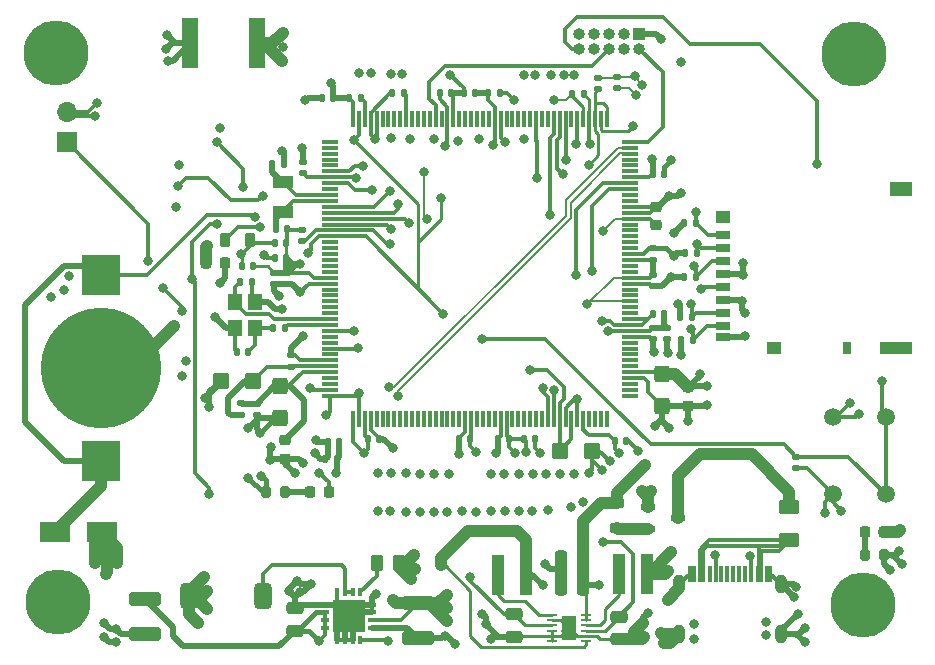
<source format=gbr>
%TF.GenerationSoftware,KiCad,Pcbnew,(5.99.0-3851-g809f4c2ffb)*%
%TF.CreationDate,2020-11-30T00:42:52+00:00*%
%TF.ProjectId,CM4,434d342e-6b69-4636-9164-5f7063625858,rev?*%
%TF.SameCoordinates,Original*%
%TF.FileFunction,Copper,L1,Top*%
%TF.FilePolarity,Positive*%
%FSLAX46Y46*%
G04 Gerber Fmt 4.6, Leading zero omitted, Abs format (unit mm)*
G04 Created by KiCad (PCBNEW (5.99.0-3851-g809f4c2ffb)) date 2020-11-30 00:42:52*
%MOMM*%
%LPD*%
G01*
G04 APERTURE LIST*
G04 Aperture macros list*
%AMRoundRect*
0 Rectangle with rounded corners*
0 $1 Rounding radius*
0 $2 $3 $4 $5 $6 $7 $8 $9 X,Y pos of 4 corners*
0 Add a 4 corners polygon primitive as box body*
4,1,4,$2,$3,$4,$5,$6,$7,$8,$9,$2,$3,0*
0 Add four circle primitives for the rounded corners*
1,1,$1+$1,$2,$3,0*
1,1,$1+$1,$4,$5,0*
1,1,$1+$1,$6,$7,0*
1,1,$1+$1,$8,$9,0*
0 Add four rect primitives between the rounded corners*
20,1,$1+$1,$2,$3,$4,$5,0*
20,1,$1+$1,$4,$5,$6,$7,0*
20,1,$1+$1,$6,$7,$8,$9,0*
20,1,$1+$1,$8,$9,$2,$3,0*%
G04 Aperture macros list end*
%TA.AperFunction,SMDPad,CuDef*%
%ADD10RoundRect,0.250000X-0.450000X-0.425000X0.450000X-0.425000X0.450000X0.425000X-0.450000X0.425000X0*%
%TD*%
%TA.AperFunction,SMDPad,CuDef*%
%ADD11RoundRect,0.140000X0.170000X-0.140000X0.170000X0.140000X-0.170000X0.140000X-0.170000X-0.140000X0*%
%TD*%
%TA.AperFunction,SMDPad,CuDef*%
%ADD12R,1.200000X0.700000*%
%TD*%
%TA.AperFunction,SMDPad,CuDef*%
%ADD13R,0.800000X1.000000*%
%TD*%
%TA.AperFunction,SMDPad,CuDef*%
%ADD14R,1.900000X1.300000*%
%TD*%
%TA.AperFunction,SMDPad,CuDef*%
%ADD15R,2.800000X1.000000*%
%TD*%
%TA.AperFunction,SMDPad,CuDef*%
%ADD16R,1.200000X1.000000*%
%TD*%
%TA.AperFunction,ComponentPad*%
%ADD17R,1.000000X1.000000*%
%TD*%
%TA.AperFunction,ComponentPad*%
%ADD18O,1.000000X1.000000*%
%TD*%
%TA.AperFunction,SMDPad,CuDef*%
%ADD19R,2.500000X1.800000*%
%TD*%
%TA.AperFunction,ComponentPad*%
%ADD20C,5.500000*%
%TD*%
%TA.AperFunction,ComponentPad*%
%ADD21R,1.700000X1.700000*%
%TD*%
%TA.AperFunction,ComponentPad*%
%ADD22O,1.700000X1.700000*%
%TD*%
%TA.AperFunction,SMDPad,CuDef*%
%ADD23RoundRect,0.250000X-0.475000X0.250000X-0.475000X-0.250000X0.475000X-0.250000X0.475000X0.250000X0*%
%TD*%
%TA.AperFunction,SMDPad,CuDef*%
%ADD24RoundRect,0.250000X-0.625000X0.375000X-0.625000X-0.375000X0.625000X-0.375000X0.625000X0.375000X0*%
%TD*%
%TA.AperFunction,SMDPad,CuDef*%
%ADD25RoundRect,0.135000X-0.135000X-0.185000X0.135000X-0.185000X0.135000X0.185000X-0.135000X0.185000X0*%
%TD*%
%TA.AperFunction,SMDPad,CuDef*%
%ADD26RoundRect,0.250000X0.425000X-0.450000X0.425000X0.450000X-0.425000X0.450000X-0.425000X-0.450000X0*%
%TD*%
%TA.AperFunction,SMDPad,CuDef*%
%ADD27RoundRect,0.140000X-0.140000X-0.170000X0.140000X-0.170000X0.140000X0.170000X-0.140000X0.170000X0*%
%TD*%
%TA.AperFunction,SMDPad,CuDef*%
%ADD28RoundRect,0.140000X0.140000X0.170000X-0.140000X0.170000X-0.140000X-0.170000X0.140000X-0.170000X0*%
%TD*%
%TA.AperFunction,SMDPad,CuDef*%
%ADD29RoundRect,0.135000X0.135000X0.185000X-0.135000X0.185000X-0.135000X-0.185000X0.135000X-0.185000X0*%
%TD*%
%TA.AperFunction,SMDPad,CuDef*%
%ADD30RoundRect,0.250000X1.100000X-0.325000X1.100000X0.325000X-1.100000X0.325000X-1.100000X-0.325000X0*%
%TD*%
%TA.AperFunction,SMDPad,CuDef*%
%ADD31R,3.300000X3.500000*%
%TD*%
%TA.AperFunction,SMDPad,CuDef*%
%ADD32C,10.200000*%
%TD*%
%TA.AperFunction,SMDPad,CuDef*%
%ADD33RoundRect,0.218750X-0.218750X-0.256250X0.218750X-0.256250X0.218750X0.256250X-0.218750X0.256250X0*%
%TD*%
%TA.AperFunction,SMDPad,CuDef*%
%ADD34RoundRect,0.250000X-0.262500X-0.450000X0.262500X-0.450000X0.262500X0.450000X-0.262500X0.450000X0*%
%TD*%
%TA.AperFunction,SMDPad,CuDef*%
%ADD35RoundRect,0.140000X-0.170000X0.140000X-0.170000X-0.140000X0.170000X-0.140000X0.170000X0.140000X0*%
%TD*%
%TA.AperFunction,SMDPad,CuDef*%
%ADD36RoundRect,0.250000X-0.425000X0.450000X-0.425000X-0.450000X0.425000X-0.450000X0.425000X0.450000X0*%
%TD*%
%TA.AperFunction,SMDPad,CuDef*%
%ADD37RoundRect,0.218750X0.218750X0.381250X-0.218750X0.381250X-0.218750X-0.381250X0.218750X-0.381250X0*%
%TD*%
%TA.AperFunction,SMDPad,CuDef*%
%ADD38RoundRect,0.250000X0.475000X-0.250000X0.475000X0.250000X-0.475000X0.250000X-0.475000X-0.250000X0*%
%TD*%
%TA.AperFunction,SMDPad,CuDef*%
%ADD39R,0.300000X1.450000*%
%TD*%
%TA.AperFunction,ComponentPad*%
%ADD40RoundRect,0.500000X0.000000X-0.300000X0.000000X-0.300000X0.000000X0.300000X0.000000X0.300000X0*%
%TD*%
%TA.AperFunction,ComponentPad*%
%ADD41C,1.500000*%
%TD*%
%TA.AperFunction,SMDPad,CuDef*%
%ADD42RoundRect,0.250000X0.250000X0.475000X-0.250000X0.475000X-0.250000X-0.475000X0.250000X-0.475000X0*%
%TD*%
%TA.AperFunction,SMDPad,CuDef*%
%ADD43R,0.800000X0.350000*%
%TD*%
%TA.AperFunction,SMDPad,CuDef*%
%ADD44R,0.350000X0.800000*%
%TD*%
%TA.AperFunction,SMDPad,CuDef*%
%ADD45R,2.800000X2.800000*%
%TD*%
%TA.AperFunction,SMDPad,CuDef*%
%ADD46RoundRect,0.375000X0.375000X0.725000X-0.375000X0.725000X-0.375000X-0.725000X0.375000X-0.725000X0*%
%TD*%
%TA.AperFunction,SMDPad,CuDef*%
%ADD47R,0.980000X3.400000*%
%TD*%
%TA.AperFunction,SMDPad,CuDef*%
%ADD48RoundRect,0.225000X0.250000X-0.225000X0.250000X0.225000X-0.250000X0.225000X-0.250000X-0.225000X0*%
%TD*%
%TA.AperFunction,SMDPad,CuDef*%
%ADD49R,1.200000X1.400000*%
%TD*%
%TA.AperFunction,SMDPad,CuDef*%
%ADD50RoundRect,0.218750X-0.256250X0.218750X-0.256250X-0.218750X0.256250X-0.218750X0.256250X0.218750X0*%
%TD*%
%TA.AperFunction,SMDPad,CuDef*%
%ADD51R,1.800000X1.000000*%
%TD*%
%TA.AperFunction,SMDPad,CuDef*%
%ADD52RoundRect,0.250000X0.450000X0.425000X-0.450000X0.425000X-0.450000X-0.425000X0.450000X-0.425000X0*%
%TD*%
%TA.AperFunction,SMDPad,CuDef*%
%ADD53RoundRect,0.200000X0.200000X0.275000X-0.200000X0.275000X-0.200000X-0.275000X0.200000X-0.275000X0*%
%TD*%
%TA.AperFunction,SMDPad,CuDef*%
%ADD54R,1.200000X0.600000*%
%TD*%
%TA.AperFunction,SMDPad,CuDef*%
%ADD55R,1.450000X0.300000*%
%TD*%
%TA.AperFunction,SMDPad,CuDef*%
%ADD56RoundRect,0.218750X-0.381250X0.218750X-0.381250X-0.218750X0.381250X-0.218750X0.381250X0.218750X0*%
%TD*%
%TA.AperFunction,SMDPad,CuDef*%
%ADD57RoundRect,0.135000X-0.185000X0.135000X-0.185000X-0.135000X0.185000X-0.135000X0.185000X0.135000X0*%
%TD*%
%TA.AperFunction,SMDPad,CuDef*%
%ADD58R,0.850000X0.250000*%
%TD*%
%TA.AperFunction,SMDPad,CuDef*%
%ADD59R,1.310000X2.120000*%
%TD*%
%TA.AperFunction,SMDPad,CuDef*%
%ADD60R,1.350000X4.200000*%
%TD*%
%TA.AperFunction,ViaPad*%
%ADD61C,0.800000*%
%TD*%
%TA.AperFunction,Conductor*%
%ADD62C,0.200000*%
%TD*%
%TA.AperFunction,Conductor*%
%ADD63C,0.250000*%
%TD*%
%TA.AperFunction,Conductor*%
%ADD64C,0.300000*%
%TD*%
%TA.AperFunction,Conductor*%
%ADD65C,0.500000*%
%TD*%
%TA.AperFunction,Conductor*%
%ADD66C,1.000000*%
%TD*%
%TA.AperFunction,Conductor*%
%ADD67C,0.400000*%
%TD*%
G04 APERTURE END LIST*
D10*
%TO.P,C47,2*%
%TO.N,GND*%
X123750000Y-119200000D03*
%TO.P,C47,1*%
%TO.N,/H7MCU/VCAP1*%
X121050000Y-119200000D03*
%TD*%
D11*
%TO.P,C39,2*%
%TO.N,/H7MCU/VDDSMPS*%
X99200000Y-101480000D03*
%TO.P,C39,1*%
%TO.N,GND*%
X99200000Y-100520000D03*
%TD*%
D12*
%TO.P,J4,1,DAT2*%
%TO.N,/H7MCU/SDMMC_D2*%
X134875000Y-100925000D03*
%TO.P,J4,2,DAT3/CD*%
%TO.N,/H7MCU/SDMMC_D3*%
X134875000Y-102025000D03*
%TO.P,J4,3,CMD*%
%TO.N,/H7MCU/SDMMC_CMD*%
X134875000Y-103125000D03*
%TO.P,J4,4,VDD*%
%TO.N,/+3.3V*%
X134875000Y-104225000D03*
%TO.P,J4,5,CLK*%
%TO.N,/H7MCU/SDMMC_CK*%
X134875000Y-105325000D03*
%TO.P,J4,6,VSS*%
%TO.N,GND*%
X134875000Y-106425000D03*
%TO.P,J4,7,DAT0*%
%TO.N,/H7MCU/SDMMC_D0*%
X134875000Y-107525000D03*
%TO.P,J4,8,DAT1*%
%TO.N,/H7MCU/SDMMC_D1*%
X134875000Y-108625000D03*
%TO.P,J4,9,SHIELD*%
%TO.N,GND*%
X134875000Y-109575000D03*
D13*
%TO.P,J4,10*%
%TO.N,N/C*%
X145375000Y-110525000D03*
D14*
%TO.P,J4,11*%
X149975000Y-97025000D03*
D15*
X149525000Y-110525000D03*
D16*
X139175000Y-110525000D03*
X134875000Y-99375000D03*
%TD*%
D17*
%TO.P,J3,1,Pin_1*%
%TO.N,/+3.3V*%
X127800000Y-83900000D03*
D18*
%TO.P,J3,2,Pin_2*%
%TO.N,/H7MCU/SWDIO*%
X127800000Y-85170000D03*
%TO.P,J3,3,Pin_3*%
%TO.N,GND*%
X126530000Y-83900000D03*
%TO.P,J3,4,Pin_4*%
%TO.N,/H7MCU/SWCLK*%
X126530000Y-85170000D03*
%TO.P,J3,5,Pin_5*%
%TO.N,GND*%
X125260000Y-83900000D03*
%TO.P,J3,6,Pin_6*%
%TO.N,/H7MCU/SWO*%
X125260000Y-85170000D03*
%TO.P,J3,7,Pin_7*%
%TO.N,Net-(J3-Pad7)*%
X123990000Y-83900000D03*
%TO.P,J3,8,Pin_8*%
%TO.N,Net-(J3-Pad8)*%
X123990000Y-85170000D03*
%TO.P,J3,9,Pin_9*%
%TO.N,GND*%
X122720000Y-83900000D03*
%TO.P,J3,10,Pin_10*%
%TO.N,/H7MCU/NRST*%
X122720000Y-85170000D03*
%TD*%
D19*
%TO.P,D1,1,K*%
%TO.N,/+3.3V*%
X82300000Y-126100000D03*
%TO.P,D1,2,A*%
%TO.N,Net-(BT1-Pad1)*%
X78300000Y-126100000D03*
%TD*%
D20*
%TO.P,H3,1*%
%TO.N,N/C*%
X146000000Y-85600000D03*
%TD*%
D21*
%TO.P,J6,1,Pin_1*%
%TO.N,/v_DIV_OUT*%
X79300000Y-93100000D03*
D22*
%TO.P,J6,2,Pin_2*%
%TO.N,GND*%
X79300000Y-90560000D03*
%TD*%
D20*
%TO.P,H2,1*%
%TO.N,N/C*%
X78400000Y-85500000D03*
%TD*%
D23*
%TO.P,C12,1*%
%TO.N,/5V*%
X98600000Y-134450000D03*
%TO.P,C12,2*%
%TO.N,GND*%
X98600000Y-132550000D03*
%TD*%
D24*
%TO.P,F1,1*%
%TO.N,VCC*%
X140500000Y-126800000D03*
%TO.P,F1,2*%
%TO.N,Net-(F1-Pad2)*%
X140500000Y-124000000D03*
%TD*%
D25*
%TO.P,R19,1*%
%TO.N,/+3.3V*%
X103190000Y-89300000D03*
%TO.P,R19,2*%
%TO.N,Net-(IC6-Pad174)*%
X104210000Y-89300000D03*
%TD*%
D26*
%TO.P,C25,1*%
%TO.N,/H7MCU/+3.3VA*%
X97400000Y-113750000D03*
%TO.P,C25,2*%
%TO.N,GND*%
X97400000Y-116450000D03*
%TD*%
D27*
%TO.P,C18,1*%
%TO.N,/+3.3V*%
X125720000Y-118400000D03*
%TO.P,C18,2*%
%TO.N,GND*%
X126680000Y-118400000D03*
%TD*%
D20*
%TO.P,H4,1*%
%TO.N,N/C*%
X146750000Y-132250000D03*
%TD*%
D28*
%TO.P,C44,1*%
%TO.N,GND*%
X129880000Y-107650000D03*
%TO.P,C44,2*%
%TO.N,/+3.3V*%
X128920000Y-107650000D03*
%TD*%
D29*
%TO.P,R24,1*%
%TO.N,/H7MCU/SDMMC_CMD*%
X132560000Y-104500000D03*
%TO.P,R24,2*%
%TO.N,/+3.3V*%
X131540000Y-104500000D03*
%TD*%
D30*
%TO.P,C11,1*%
%TO.N,/+3.3V*%
X109050000Y-132125000D03*
%TO.P,C11,2*%
%TO.N,GND*%
X109050000Y-135075000D03*
%TD*%
D31*
%TO.P,BT1,1,+*%
%TO.N,Net-(BT1-Pad1)*%
X82200000Y-120100000D03*
X82200000Y-104300000D03*
D32*
%TO.P,BT1,2,-*%
%TO.N,GND*%
X82200000Y-112200000D03*
%TD*%
D33*
%TO.P,D2,1,K*%
%TO.N,Net-(D2-Pad1)*%
X99912500Y-122700000D03*
%TO.P,D2,2,A*%
%TO.N,/H7MCU/LED_STAT*%
X101487500Y-122700000D03*
%TD*%
D27*
%TO.P,C34,1*%
%TO.N,/+3.3V*%
X110920000Y-88900000D03*
%TO.P,C34,2*%
%TO.N,GND*%
X111880000Y-88900000D03*
%TD*%
D28*
%TO.P,C37,1*%
%TO.N,/+3.3V*%
X123080000Y-89000000D03*
%TO.P,C37,2*%
%TO.N,GND*%
X122120000Y-89000000D03*
%TD*%
D34*
%TO.P,R17,1*%
%TO.N,/Power/PG*%
X105587500Y-128700000D03*
%TO.P,R17,2*%
%TO.N,/+3.3V*%
X107412500Y-128700000D03*
%TD*%
D35*
%TO.P,C17,1*%
%TO.N,/+3.3V*%
X128950000Y-105280000D03*
%TO.P,C17,2*%
%TO.N,GND*%
X128950000Y-104320000D03*
%TD*%
D36*
%TO.P,C13,1*%
%TO.N,/+3.3V*%
X129700000Y-115400000D03*
%TO.P,C13,2*%
%TO.N,GND*%
X129700000Y-112700000D03*
%TD*%
D28*
%TO.P,C16,1*%
%TO.N,/+3.3V*%
X102380000Y-118500000D03*
%TO.P,C16,2*%
%TO.N,GND*%
X101420000Y-118500000D03*
%TD*%
D37*
%TO.P,L4,1*%
%TO.N,/H7MCU/VCAP1*%
X94862500Y-101400000D03*
%TO.P,L4,2*%
%TO.N,/H7MCU/VLXSMPS*%
X92737500Y-101400000D03*
%TD*%
D38*
%TO.P,C9,1*%
%TO.N,/VNEG*%
X126100000Y-133250000D03*
%TO.P,C9,2*%
%TO.N,GND*%
X126100000Y-135150000D03*
%TD*%
D39*
%TO.P,J2,A1,GND*%
%TO.N,GND*%
X132100000Y-129600000D03*
%TO.P,J2,A4,VBUS*%
%TO.N,VCC*%
X132900000Y-129600000D03*
%TO.P,J2,A5,CC1*%
%TO.N,Net-(J2-PadA5)*%
X134250000Y-129600000D03*
%TO.P,J2,A6,D+*%
%TO.N,Net-(J2-PadA6)*%
X135250000Y-129600000D03*
%TO.P,J2,A7,D-*%
%TO.N,Net-(J2-PadA7)*%
X135750000Y-129600000D03*
%TO.P,J2,A8,SBU1*%
%TO.N,Net-(J2-PadA8)*%
X136750000Y-129600000D03*
%TO.P,J2,A9,VBUS*%
%TO.N,VCC*%
X138100000Y-129600000D03*
%TO.P,J2,A12,GND*%
%TO.N,GND*%
X138900000Y-129600000D03*
%TO.P,J2,B1,GND*%
X138600000Y-129600000D03*
%TO.P,J2,B4,VBUS*%
%TO.N,VCC*%
X137800000Y-129600000D03*
%TO.P,J2,B5,CC2*%
%TO.N,Net-(J2-PadB5)*%
X137250000Y-129600000D03*
%TO.P,J2,B6,D+*%
%TO.N,Net-(J2-PadB6)*%
X136250000Y-129600000D03*
%TO.P,J2,B7,D-*%
%TO.N,Net-(J2-PadB7)*%
X134750000Y-129600000D03*
%TO.P,J2,B8,SBU2*%
%TO.N,Net-(J2-PadB8)*%
X133750000Y-129600000D03*
%TO.P,J2,B9,VBUS*%
%TO.N,VCC*%
X133200000Y-129600000D03*
%TO.P,J2,B12,GND*%
%TO.N,GND*%
X132400000Y-129600000D03*
D40*
%TO.P,J2,S1,SHIELD*%
X131180000Y-130520000D03*
X139820000Y-130520000D03*
X139820000Y-134700000D03*
X131180000Y-134700000D03*
%TD*%
D41*
%TO.P,S1,1,1*%
%TO.N,/H7MCU/NRST*%
X148650000Y-122850000D03*
%TO.P,S1,2,2*%
X148650000Y-116350000D03*
%TO.P,S1,3,3*%
%TO.N,GND*%
X144150000Y-116350000D03*
%TO.P,S1,4,4*%
X144150000Y-122850000D03*
%TD*%
D33*
%TO.P,FB3,1*%
%TO.N,/+3.3V*%
X91112500Y-103300000D03*
%TO.P,FB3,2*%
%TO.N,/H7MCU/VDDSMPS*%
X92687500Y-103300000D03*
%TD*%
D28*
%TO.P,C15,1*%
%TO.N,/+3.3V*%
X116780000Y-118200000D03*
%TO.P,C15,2*%
%TO.N,GND*%
X115820000Y-118200000D03*
%TD*%
D29*
%TO.P,R20,1*%
%TO.N,/H7MCU/HSE_OUT*%
X97810000Y-108800000D03*
%TO.P,R20,2*%
%TO.N,Net-(C48-Pad2)*%
X96790000Y-108800000D03*
%TD*%
D28*
%TO.P,C52,1*%
%TO.N,GND*%
X97980000Y-100400000D03*
%TO.P,C52,2*%
%TO.N,/H7MCU/OSC_OUT*%
X97020000Y-100400000D03*
%TD*%
D35*
%TO.P,C38,1*%
%TO.N,/+3.3V*%
X125900000Y-88480000D03*
%TO.P,C38,2*%
%TO.N,GND*%
X125900000Y-87520000D03*
%TD*%
D42*
%TO.P,C8,1*%
%TO.N,/5V*%
X123050000Y-128350000D03*
%TO.P,C8,2*%
%TO.N,GND*%
X121150000Y-128350000D03*
%TD*%
D43*
%TO.P,IC5,1,PGND_1*%
%TO.N,GND*%
X101200000Y-132225000D03*
%TO.P,IC5,2,VIN_1*%
%TO.N,/5V*%
X101200000Y-132875000D03*
%TO.P,IC5,3,VIN_2*%
X101200000Y-133525000D03*
%TO.P,IC5,4,EN*%
X101200000Y-134175000D03*
D44*
%TO.P,IC5,5,SYNC*%
%TO.N,GND*%
X102225000Y-135200000D03*
%TO.P,IC5,6,LBO*%
X102875000Y-135200000D03*
%TO.P,IC5,7,LBI*%
X103525000Y-135200000D03*
%TO.P,IC5,8,VINA*%
%TO.N,/5V*%
X104175000Y-135200000D03*
D43*
%TO.P,IC5,9,AGND*%
%TO.N,GND*%
X105200000Y-134175000D03*
%TO.P,IC5,10,FB*%
%TO.N,/+3.3V*%
X105200000Y-133525000D03*
%TO.P,IC5,11,GND_1*%
%TO.N,GND*%
X105200000Y-132875000D03*
%TO.P,IC5,12,GND_2*%
X105200000Y-132225000D03*
D44*
%TO.P,IC5,13,PG*%
%TO.N,/Power/PG*%
X104175000Y-131200000D03*
%TO.P,IC5,14,SW_1*%
%TO.N,/Power/SW*%
X103525000Y-131200000D03*
%TO.P,IC5,15,SW_2*%
X102875000Y-131200000D03*
%TO.P,IC5,16,PGND_2*%
%TO.N,GND*%
X102225000Y-131200000D03*
D45*
%TO.P,IC5,17,EP*%
X103200000Y-133200000D03*
%TD*%
D29*
%TO.P,R26,1*%
%TO.N,/H7MCU/SDMMC_D1*%
X132360000Y-109800000D03*
%TO.P,R26,2*%
%TO.N,/+3.3V*%
X131340000Y-109800000D03*
%TD*%
D42*
%TO.P,C6,1*%
%TO.N,/5V*%
X123050000Y-130700000D03*
%TO.P,C6,2*%
%TO.N,GND*%
X121150000Y-130700000D03*
%TD*%
D46*
%TO.P,L3,1*%
%TO.N,/Power/SW*%
X95950000Y-131500000D03*
%TO.P,L3,2*%
%TO.N,/+3.3V*%
X89650000Y-131500000D03*
%TD*%
D28*
%TO.P,C35,1*%
%TO.N,/+3.3V*%
X113880000Y-88900000D03*
%TO.P,C35,2*%
%TO.N,GND*%
X112920000Y-88900000D03*
%TD*%
D29*
%TO.P,R23,1*%
%TO.N,/H7MCU/SDMMC_D3*%
X132660000Y-102500000D03*
%TO.P,R23,2*%
%TO.N,/+3.3V*%
X131640000Y-102500000D03*
%TD*%
D20*
%TO.P,H1,1*%
%TO.N,N/C*%
X78600000Y-132000000D03*
%TD*%
D30*
%TO.P,C10,1*%
%TO.N,/5V*%
X85900000Y-131725000D03*
%TO.P,C10,2*%
%TO.N,GND*%
X85900000Y-134675000D03*
%TD*%
D33*
%TO.P,D3,1,K*%
%TO.N,Net-(D3-Pad1)*%
X146912500Y-126100000D03*
%TO.P,D3,2,A*%
%TO.N,/+3.3V*%
X148487500Y-126100000D03*
%TD*%
D28*
%TO.P,C31,1*%
%TO.N,/+3.3V*%
X101880000Y-89300000D03*
%TO.P,C31,2*%
%TO.N,GND*%
X100920000Y-89300000D03*
%TD*%
D29*
%TO.P,R25,1*%
%TO.N,/H7MCU/SDMMC_D0*%
X132260000Y-107900000D03*
%TO.P,R25,2*%
%TO.N,/+3.3V*%
X131240000Y-107900000D03*
%TD*%
D47*
%TO.P,L2,1,1*%
%TO.N,Net-(IC4-Pad10)*%
X126115000Y-129600000D03*
%TO.P,L2,2,2*%
%TO.N,GND*%
X128485000Y-129600000D03*
%TD*%
D28*
%TO.P,C22,1*%
%TO.N,/+3.3V*%
X113480000Y-118200000D03*
%TO.P,C22,2*%
%TO.N,GND*%
X112520000Y-118200000D03*
%TD*%
D35*
%TO.P,C21,1*%
%TO.N,/+3.3V*%
X128950000Y-109780000D03*
%TO.P,C21,2*%
%TO.N,GND*%
X128950000Y-108820000D03*
%TD*%
D48*
%TO.P,C45,1*%
%TO.N,GND*%
X131950000Y-113825000D03*
%TO.P,C45,2*%
%TO.N,/+3.3V*%
X131950000Y-115375000D03*
%TD*%
D49*
%TO.P,Y1,1,1*%
%TO.N,/H7MCU/HSE_IN*%
X93550000Y-106600000D03*
%TO.P,Y1,2,2*%
%TO.N,Net-(C48-Pad1)*%
X93550000Y-108800000D03*
%TO.P,Y1,3,3*%
%TO.N,Net-(C48-Pad2)*%
X95250000Y-108800000D03*
%TO.P,Y1,4,4*%
%TO.N,Net-(C48-Pad1)*%
X95250000Y-106600000D03*
%TD*%
D27*
%TO.P,C29,1*%
%TO.N,/+3.3V*%
X115020000Y-88900000D03*
%TO.P,C29,2*%
%TO.N,GND*%
X115980000Y-88900000D03*
%TD*%
D35*
%TO.P,C32,1*%
%TO.N,/+3.3V*%
X96900000Y-105080000D03*
%TO.P,C32,2*%
%TO.N,GND*%
X96900000Y-104120000D03*
%TD*%
D50*
%TO.P,FB2,1*%
%TO.N,/+3.3V*%
X97800000Y-119887500D03*
%TO.P,FB2,2*%
%TO.N,/H7MCU/+3.3VA*%
X97800000Y-118312500D03*
%TD*%
D11*
%TO.P,C20,1*%
%TO.N,/+3.3V*%
X128950000Y-102070000D03*
%TO.P,C20,2*%
%TO.N,GND*%
X128950000Y-103030000D03*
%TD*%
D38*
%TO.P,C7,1*%
%TO.N,/VPOS*%
X117200000Y-133050000D03*
%TO.P,C7,2*%
%TO.N,GND*%
X117200000Y-134950000D03*
%TD*%
D35*
%TO.P,C26,1*%
%TO.N,GND*%
X95400000Y-116180000D03*
%TO.P,C26,2*%
%TO.N,/H7MCU/+3.3VA*%
X95400000Y-115220000D03*
%TD*%
D29*
%TO.P,R27,1*%
%TO.N,/H7MCU/BOOT0*%
X107910000Y-88900000D03*
%TO.P,R27,2*%
%TO.N,GND*%
X106890000Y-88900000D03*
%TD*%
D28*
%TO.P,C19,1*%
%TO.N,/+3.3V*%
X105780000Y-118200000D03*
%TO.P,C19,2*%
%TO.N,GND*%
X104820000Y-118200000D03*
%TD*%
D35*
%TO.P,C50,1*%
%TO.N,GND*%
X141100000Y-120660000D03*
%TO.P,C50,2*%
%TO.N,/H7MCU/NRST*%
X141100000Y-119700000D03*
%TD*%
D51*
%TO.P,Y2,1,1*%
%TO.N,/H7MCU/OSC_OUT*%
X97600000Y-98950000D03*
%TO.P,Y2,2,2*%
%TO.N,/H7MCU/OSC_IN*%
X97600000Y-96450000D03*
%TD*%
D28*
%TO.P,C51,1*%
%TO.N,GND*%
X97680000Y-94900000D03*
%TO.P,C51,2*%
%TO.N,/H7MCU/OSC_IN*%
X96720000Y-94900000D03*
%TD*%
D27*
%TO.P,C48,1*%
%TO.N,Net-(C48-Pad1)*%
X93720000Y-110800000D03*
%TO.P,C48,2*%
%TO.N,Net-(C48-Pad2)*%
X94680000Y-110800000D03*
%TD*%
D52*
%TO.P,C23,1*%
%TO.N,/H7MCU/VREF+*%
X95050000Y-113300000D03*
%TO.P,C23,2*%
%TO.N,GND*%
X92350000Y-113300000D03*
%TD*%
D53*
%TO.P,R28,1*%
%TO.N,GND*%
X148525000Y-128000000D03*
%TO.P,R28,2*%
%TO.N,Net-(D3-Pad1)*%
X146875000Y-128000000D03*
%TD*%
D47*
%TO.P,L1,1,1*%
%TO.N,/5V*%
X118185000Y-129700000D03*
%TO.P,L1,2,2*%
%TO.N,Net-(IC4-Pad1)*%
X115815000Y-129700000D03*
%TD*%
D54*
%TO.P,Q1,1*%
%TO.N,GND*%
X128550000Y-123950000D03*
%TO.P,Q1,2*%
%TO.N,Net-(FB1-Pad1)*%
X128550000Y-125850000D03*
%TO.P,Q1,3*%
%TO.N,Net-(F1-Pad2)*%
X131050000Y-124900000D03*
%TD*%
D28*
%TO.P,C28,1*%
%TO.N,/+3.3V*%
X102180000Y-119900000D03*
%TO.P,C28,2*%
%TO.N,GND*%
X101220000Y-119900000D03*
%TD*%
D48*
%TO.P,C40,1*%
%TO.N,/+3.3V*%
X129200000Y-98525000D03*
%TO.P,C40,2*%
%TO.N,GND*%
X129200000Y-100075000D03*
%TD*%
D27*
%TO.P,C43,1*%
%TO.N,/H7MCU/VCAP1*%
X96920000Y-101600000D03*
%TO.P,C43,2*%
%TO.N,GND*%
X97880000Y-101600000D03*
%TD*%
D35*
%TO.P,C27,1*%
%TO.N,/+3.3V*%
X99300000Y-95680000D03*
%TO.P,C27,2*%
%TO.N,GND*%
X99300000Y-94720000D03*
%TD*%
D27*
%TO.P,C49,1*%
%TO.N,/H7MCU/HSE_IN*%
X94020000Y-104900000D03*
%TO.P,C49,2*%
%TO.N,Net-(C48-Pad1)*%
X94980000Y-104900000D03*
%TD*%
D35*
%TO.P,C46,1*%
%TO.N,/H7MCU/VCAP1*%
X124300000Y-88580000D03*
%TO.P,C46,2*%
%TO.N,GND*%
X124300000Y-87620000D03*
%TD*%
%TO.P,C30,1*%
%TO.N,/+3.3V*%
X98000000Y-105080000D03*
%TO.P,C30,2*%
%TO.N,GND*%
X98000000Y-104120000D03*
%TD*%
D29*
%TO.P,R22,1*%
%TO.N,/H7MCU/SDMMC_D2*%
X132610000Y-99950000D03*
%TO.P,R22,2*%
%TO.N,/+3.3V*%
X131590000Y-99950000D03*
%TD*%
D27*
%TO.P,C36,1*%
%TO.N,/+3.3V*%
X128920000Y-95750000D03*
%TO.P,C36,2*%
%TO.N,GND*%
X129880000Y-95750000D03*
%TD*%
D35*
%TO.P,C33,1*%
%TO.N,/+3.3V*%
X130100000Y-109730000D03*
%TO.P,C33,2*%
%TO.N,GND*%
X130100000Y-108770000D03*
%TD*%
D27*
%TO.P,C14,1*%
%TO.N,/+3.3V*%
X118020000Y-118200000D03*
%TO.P,C14,2*%
%TO.N,GND*%
X118980000Y-118200000D03*
%TD*%
D55*
%TO.P,IC6,1,PE2*%
%TO.N,Net-(IC6-Pad1)*%
X101575000Y-93050000D03*
%TO.P,IC6,2,PE3*%
%TO.N,Net-(IC6-Pad2)*%
X101575000Y-93550000D03*
%TO.P,IC6,3,PE4*%
%TO.N,Net-(IC6-Pad3)*%
X101575000Y-94050000D03*
%TO.P,IC6,4,PE5*%
%TO.N,Net-(IC6-Pad4)*%
X101575000Y-94550000D03*
%TO.P,IC6,5,PE6*%
%TO.N,Net-(IC6-Pad5)*%
X101575000Y-95050000D03*
%TO.P,IC6,6,VSS_1*%
%TO.N,GND*%
X101575000Y-95550000D03*
%TO.P,IC6,7,VDD_1*%
%TO.N,/+3.3V*%
X101575000Y-96050000D03*
%TO.P,IC6,8,VBAT*%
%TO.N,Net-(BT1-Pad1)*%
X101575000Y-96550000D03*
%TO.P,IC6,9,PC13*%
%TO.N,Net-(IC6-Pad9)*%
X101575000Y-97050000D03*
%TO.P,IC6,10,PC14-OSC32_IN*%
%TO.N,/H7MCU/OSC_IN*%
X101575000Y-97550000D03*
%TO.P,IC6,11,PC15-OSC32_OUT*%
%TO.N,/H7MCU/OSC_OUT*%
X101575000Y-98050000D03*
%TO.P,IC6,12,VSS_2*%
%TO.N,GND*%
X101575000Y-98550000D03*
%TO.P,IC6,13,VDD_2*%
%TO.N,/+3.3V*%
X101575000Y-99050000D03*
%TO.P,IC6,14,VSSSMPS*%
%TO.N,GND*%
X101575000Y-99550000D03*
%TO.P,IC6,15,VLXSMPS*%
%TO.N,/H7MCU/VLXSMPS*%
X101575000Y-100050000D03*
%TO.P,IC6,16,VDDSMPS*%
%TO.N,/H7MCU/VDDSMPS*%
X101575000Y-100550000D03*
%TO.P,IC6,17,VFBSMPS*%
%TO.N,/H7MCU/VCAP1*%
X101575000Y-101050000D03*
%TO.P,IC6,18,PF0*%
%TO.N,Net-(IC6-Pad18)*%
X101575000Y-101550000D03*
%TO.P,IC6,19,PF1*%
%TO.N,Net-(IC6-Pad19)*%
X101575000Y-102050000D03*
%TO.P,IC6,20,PF2*%
%TO.N,Net-(IC6-Pad20)*%
X101575000Y-102550000D03*
%TO.P,IC6,21,PF3*%
%TO.N,Net-(IC6-Pad21)*%
X101575000Y-103050000D03*
%TO.P,IC6,22,PF4*%
%TO.N,Net-(IC6-Pad22)*%
X101575000Y-103550000D03*
%TO.P,IC6,23,PF5*%
%TO.N,Net-(IC6-Pad23)*%
X101575000Y-104050000D03*
%TO.P,IC6,24,VSS_3*%
%TO.N,GND*%
X101575000Y-104550000D03*
%TO.P,IC6,25,VDD_3*%
%TO.N,/+3.3V*%
X101575000Y-105050000D03*
%TO.P,IC6,26,PF6*%
%TO.N,Net-(IC6-Pad26)*%
X101575000Y-105550000D03*
%TO.P,IC6,27,PF7*%
%TO.N,Net-(IC6-Pad27)*%
X101575000Y-106050000D03*
%TO.P,IC6,28,PF8*%
%TO.N,Net-(IC6-Pad28)*%
X101575000Y-106550000D03*
%TO.P,IC6,29,PF9*%
%TO.N,Net-(IC6-Pad29)*%
X101575000Y-107050000D03*
%TO.P,IC6,30,PF10*%
%TO.N,Net-(IC6-Pad30)*%
X101575000Y-107550000D03*
%TO.P,IC6,31,PH0-OSC_IN*%
%TO.N,/H7MCU/HSE_IN*%
X101575000Y-108050000D03*
%TO.P,IC6,32,PH1-OSC_OUT*%
%TO.N,/H7MCU/HSE_OUT*%
X101575000Y-108550000D03*
%TO.P,IC6,33,NRST*%
%TO.N,/H7MCU/NRST*%
X101575000Y-109050000D03*
%TO.P,IC6,34,PC0*%
%TO.N,Net-(IC6-Pad34)*%
X101575000Y-109550000D03*
%TO.P,IC6,35,PC1*%
%TO.N,Net-(IC6-Pad35)*%
X101575000Y-110050000D03*
%TO.P,IC6,36,PC2_C*%
%TO.N,/v_DIV_OUT*%
X101575000Y-110550000D03*
%TO.P,IC6,37,PC3_C*%
%TO.N,Net-(IC6-Pad37)*%
X101575000Y-111050000D03*
%TO.P,IC6,38,VSSA*%
%TO.N,GND*%
X101575000Y-111550000D03*
%TO.P,IC6,39,VREF+*%
%TO.N,/H7MCU/VREF+*%
X101575000Y-112050000D03*
%TO.P,IC6,40,VDDA*%
%TO.N,/H7MCU/+3.3VA*%
X101575000Y-112550000D03*
%TO.P,IC6,41,PA0*%
%TO.N,Net-(IC6-Pad41)*%
X101575000Y-113050000D03*
%TO.P,IC6,42,PA1*%
%TO.N,Net-(IC6-Pad42)*%
X101575000Y-113550000D03*
%TO.P,IC6,43,PA2*%
%TO.N,/H7MCU/LED_STAT*%
X101575000Y-114050000D03*
%TO.P,IC6,44,VDD_4*%
%TO.N,/+3.3V*%
X101575000Y-114550000D03*
D39*
%TO.P,IC6,45,VSS_4*%
%TO.N,GND*%
X103550000Y-116525000D03*
%TO.P,IC6,46,PA3*%
%TO.N,/+3.3V*%
X104050000Y-116525000D03*
%TO.P,IC6,47,VSS_5*%
%TO.N,GND*%
X104550000Y-116525000D03*
%TO.P,IC6,48,VDD_5*%
%TO.N,/+3.3V*%
X105050000Y-116525000D03*
%TO.P,IC6,49,PA4*%
%TO.N,Net-(IC6-Pad49)*%
X105550000Y-116525000D03*
%TO.P,IC6,50,PA5*%
%TO.N,Net-(IC6-Pad50)*%
X106050000Y-116525000D03*
%TO.P,IC6,51,PA6*%
%TO.N,Net-(IC6-Pad51)*%
X106550000Y-116525000D03*
%TO.P,IC6,52,PA7*%
%TO.N,Net-(IC6-Pad52)*%
X107050000Y-116525000D03*
%TO.P,IC6,53,PC4*%
%TO.N,Net-(IC6-Pad53)*%
X107550000Y-116525000D03*
%TO.P,IC6,54,PC5*%
%TO.N,Net-(IC6-Pad54)*%
X108050000Y-116525000D03*
%TO.P,IC6,55,PB0*%
%TO.N,Net-(IC6-Pad55)*%
X108550000Y-116525000D03*
%TO.P,IC6,56,PB1*%
%TO.N,Net-(IC6-Pad56)*%
X109050000Y-116525000D03*
%TO.P,IC6,57,PB2*%
%TO.N,Net-(IC6-Pad57)*%
X109550000Y-116525000D03*
%TO.P,IC6,58,PF11*%
%TO.N,Net-(IC6-Pad58)*%
X110050000Y-116525000D03*
%TO.P,IC6,59,PF12*%
%TO.N,Net-(IC6-Pad59)*%
X110550000Y-116525000D03*
%TO.P,IC6,60,PF13*%
%TO.N,Net-(IC6-Pad60)*%
X111050000Y-116525000D03*
%TO.P,IC6,61,PF14*%
%TO.N,Net-(IC6-Pad61)*%
X111550000Y-116525000D03*
%TO.P,IC6,62,PF15*%
%TO.N,Net-(IC6-Pad62)*%
X112050000Y-116525000D03*
%TO.P,IC6,63,PG0*%
%TO.N,Net-(IC6-Pad63)*%
X112550000Y-116525000D03*
%TO.P,IC6,64,VSS_6*%
%TO.N,GND*%
X113050000Y-116525000D03*
%TO.P,IC6,65,VDD_6*%
%TO.N,/+3.3V*%
X113550000Y-116525000D03*
%TO.P,IC6,66,PG1*%
%TO.N,Net-(IC6-Pad66)*%
X114050000Y-116525000D03*
%TO.P,IC6,67,PE7*%
%TO.N,Net-(IC6-Pad67)*%
X114550000Y-116525000D03*
%TO.P,IC6,68,PE8*%
%TO.N,Net-(IC6-Pad68)*%
X115050000Y-116525000D03*
%TO.P,IC6,69,PE9*%
%TO.N,Net-(IC6-Pad69)*%
X115550000Y-116525000D03*
%TO.P,IC6,70,VSS_7*%
%TO.N,GND*%
X116050000Y-116525000D03*
%TO.P,IC6,71,VDD_7*%
%TO.N,/+3.3V*%
X116550000Y-116525000D03*
%TO.P,IC6,72,PE10*%
%TO.N,Net-(IC6-Pad72)*%
X117050000Y-116525000D03*
%TO.P,IC6,73,PE11*%
%TO.N,Net-(IC6-Pad73)*%
X117550000Y-116525000D03*
%TO.P,IC6,74,PE12*%
%TO.N,Net-(IC6-Pad74)*%
X118050000Y-116525000D03*
%TO.P,IC6,75,PE13*%
%TO.N,Net-(IC6-Pad75)*%
X118550000Y-116525000D03*
%TO.P,IC6,76,PE14*%
%TO.N,Net-(IC6-Pad76)*%
X119050000Y-116525000D03*
%TO.P,IC6,77,PE15*%
%TO.N,Net-(IC6-Pad77)*%
X119550000Y-116525000D03*
%TO.P,IC6,78,PB10*%
%TO.N,/STM32_3_TX*%
X120050000Y-116525000D03*
%TO.P,IC6,79,PB11*%
%TO.N,/STM32_3_RX*%
X120550000Y-116525000D03*
%TO.P,IC6,80,VCAP_1*%
%TO.N,/H7MCU/VCAP1*%
X121050000Y-116525000D03*
%TO.P,IC6,81,VSS_8*%
%TO.N,GND*%
X121550000Y-116525000D03*
%TO.P,IC6,82,VDDLDO_1*%
%TO.N,/H7MCU/VCAP1*%
X122050000Y-116525000D03*
%TO.P,IC6,83,VSS_9*%
%TO.N,GND*%
X122550000Y-116525000D03*
%TO.P,IC6,84,VDD_8*%
%TO.N,/+3.3V*%
X123050000Y-116525000D03*
%TO.P,IC6,85,PB12*%
%TO.N,Net-(IC6-Pad85)*%
X123550000Y-116525000D03*
%TO.P,IC6,86,PB13*%
%TO.N,Net-(IC6-Pad86)*%
X124050000Y-116525000D03*
%TO.P,IC6,87,PB14*%
%TO.N,Net-(IC6-Pad87)*%
X124550000Y-116525000D03*
%TO.P,IC6,88,PB15*%
%TO.N,Net-(IC6-Pad88)*%
X125050000Y-116525000D03*
D55*
%TO.P,IC6,89,PD8*%
%TO.N,Net-(IC6-Pad89)*%
X127025000Y-114550000D03*
%TO.P,IC6,90,PD9*%
%TO.N,Net-(IC6-Pad90)*%
X127025000Y-114050000D03*
%TO.P,IC6,91,PD10*%
%TO.N,Net-(IC6-Pad91)*%
X127025000Y-113550000D03*
%TO.P,IC6,92,VDD_9*%
%TO.N,/+3.3V*%
X127025000Y-113050000D03*
%TO.P,IC6,93,VSS_10*%
%TO.N,GND*%
X127025000Y-112550000D03*
%TO.P,IC6,94,PD11*%
%TO.N,Net-(IC6-Pad94)*%
X127025000Y-112050000D03*
%TO.P,IC6,95,PD12*%
%TO.N,Net-(IC6-Pad95)*%
X127025000Y-111550000D03*
%TO.P,IC6,96,PD13*%
%TO.N,Net-(IC6-Pad96)*%
X127025000Y-111050000D03*
%TO.P,IC6,97,PD14*%
%TO.N,Net-(IC6-Pad97)*%
X127025000Y-110550000D03*
%TO.P,IC6,98,PD15*%
%TO.N,Net-(IC6-Pad98)*%
X127025000Y-110050000D03*
%TO.P,IC6,99,VDD_10*%
%TO.N,/+3.3V*%
X127025000Y-109550000D03*
%TO.P,IC6,100,VSS_11*%
%TO.N,GND*%
X127025000Y-109050000D03*
%TO.P,IC6,101,VCAPDSI*%
%TO.N,/+3.3V*%
X127025000Y-108550000D03*
%TO.P,IC6,102,VDD12DSI_1*%
X127025000Y-108050000D03*
%TO.P,IC6,103,DSI_D0P*%
%TO.N,Net-(IC6-Pad103)*%
X127025000Y-107550000D03*
%TO.P,IC6,104,DSI_D0N*%
%TO.N,Net-(IC6-Pad104)*%
X127025000Y-107050000D03*
%TO.P,IC6,105,VSSDSI_1*%
%TO.N,GND*%
X127025000Y-106550000D03*
%TO.P,IC6,106,DSI_CKP*%
%TO.N,Net-(IC6-Pad106)*%
X127025000Y-106050000D03*
%TO.P,IC6,107,DSI_CKN*%
%TO.N,Net-(IC6-Pad107)*%
X127025000Y-105550000D03*
%TO.P,IC6,108,VDD12DSI_2*%
%TO.N,/+3.3V*%
X127025000Y-105050000D03*
%TO.P,IC6,109,VSSDSI_2*%
%TO.N,GND*%
X127025000Y-104550000D03*
%TO.P,IC6,110,PG2*%
%TO.N,Net-(IC6-Pad110)*%
X127025000Y-104050000D03*
%TO.P,IC6,111,PG3*%
%TO.N,Net-(IC6-Pad111)*%
X127025000Y-103550000D03*
%TO.P,IC6,112,VSS_12*%
%TO.N,GND*%
X127025000Y-103050000D03*
%TO.P,IC6,113,VDD_11*%
%TO.N,/+3.3V*%
X127025000Y-102550000D03*
%TO.P,IC6,114,PG4*%
%TO.N,Net-(IC6-Pad114)*%
X127025000Y-102050000D03*
%TO.P,IC6,115,PG5*%
%TO.N,Net-(IC6-Pad115)*%
X127025000Y-101550000D03*
%TO.P,IC6,116,PG6*%
%TO.N,Net-(IC6-Pad116)*%
X127025000Y-101050000D03*
%TO.P,IC6,117,PG7*%
%TO.N,Net-(IC6-Pad117)*%
X127025000Y-100550000D03*
%TO.P,IC6,118,PG8*%
%TO.N,Net-(IC6-Pad118)*%
X127025000Y-100050000D03*
%TO.P,IC6,119,VSS_13*%
%TO.N,GND*%
X127025000Y-99550000D03*
%TO.P,IC6,120,VDD50USB*%
%TO.N,/+3.3V*%
X127025000Y-99050000D03*
%TO.P,IC6,121,VDD33USB*%
X127025000Y-98550000D03*
%TO.P,IC6,122,PC6*%
%TO.N,Net-(IC6-Pad122)*%
X127025000Y-98050000D03*
%TO.P,IC6,123,PC7*%
%TO.N,Net-(IC6-Pad123)*%
X127025000Y-97550000D03*
%TO.P,IC6,124,PC8*%
%TO.N,/H7MCU/SDMMC_D0*%
X127025000Y-97050000D03*
%TO.P,IC6,125,PC9*%
%TO.N,/H7MCU/SDMMC_D1*%
X127025000Y-96550000D03*
%TO.P,IC6,126,VDD_12*%
%TO.N,/+3.3V*%
X127025000Y-96050000D03*
%TO.P,IC6,127,PA8*%
%TO.N,Net-(IC6-Pad127)*%
X127025000Y-95550000D03*
%TO.P,IC6,128,PA9*%
%TO.N,Net-(IC6-Pad128)*%
X127025000Y-95050000D03*
%TO.P,IC6,129,PA10*%
%TO.N,Net-(IC6-Pad129)*%
X127025000Y-94550000D03*
%TO.P,IC6,130,PA11*%
%TO.N,/USB_D-*%
X127025000Y-94050000D03*
%TO.P,IC6,131,PA12*%
%TO.N,/USB_D+*%
X127025000Y-93550000D03*
%TO.P,IC6,132,PA13*%
%TO.N,/H7MCU/SWDIO*%
X127025000Y-93050000D03*
D39*
%TO.P,IC6,133,VCAP_2*%
%TO.N,/H7MCU/VCAP1*%
X125050000Y-91075000D03*
%TO.P,IC6,134,VSS_14*%
%TO.N,GND*%
X124550000Y-91075000D03*
%TO.P,IC6,135,VDDLDO_2*%
%TO.N,/H7MCU/VCAP1*%
X124050000Y-91075000D03*
%TO.P,IC6,136,VDD_13*%
%TO.N,/+3.3V*%
X123550000Y-91075000D03*
%TO.P,IC6,137,VSS_15*%
%TO.N,GND*%
X123050000Y-91075000D03*
%TO.P,IC6,138,PA14*%
%TO.N,/H7MCU/SWCLK*%
X122550000Y-91075000D03*
%TO.P,IC6,139,PA15*%
%TO.N,Net-(IC6-Pad139)*%
X122050000Y-91075000D03*
%TO.P,IC6,140,PC10*%
%TO.N,/H7MCU/SDMMC_D2*%
X121550000Y-91075000D03*
%TO.P,IC6,141,PC11*%
%TO.N,/H7MCU/SDMMC_D3*%
X121050000Y-91075000D03*
%TO.P,IC6,142,PC12*%
%TO.N,/H7MCU/SDMMC_CK*%
X120550000Y-91075000D03*
%TO.P,IC6,143,PD0*%
%TO.N,Net-(IC6-Pad143)*%
X120050000Y-91075000D03*
%TO.P,IC6,144,PD1*%
%TO.N,Net-(IC6-Pad144)*%
X119550000Y-91075000D03*
%TO.P,IC6,145,PD2*%
%TO.N,/H7MCU/SDMMC_CMD*%
X119050000Y-91075000D03*
%TO.P,IC6,146,PD3*%
%TO.N,Net-(IC6-Pad146)*%
X118550000Y-91075000D03*
%TO.P,IC6,147,PD4*%
%TO.N,Net-(IC6-Pad147)*%
X118050000Y-91075000D03*
%TO.P,IC6,148,PD5*%
%TO.N,Net-(IC6-Pad148)*%
X117550000Y-91075000D03*
%TO.P,IC6,149,PD6*%
%TO.N,Net-(IC6-Pad149)*%
X117050000Y-91075000D03*
%TO.P,IC6,150,PD7*%
%TO.N,Net-(IC6-Pad150)*%
X116550000Y-91075000D03*
%TO.P,IC6,151,VSS_16*%
%TO.N,GND*%
X116050000Y-91075000D03*
%TO.P,IC6,152,VDD_14*%
%TO.N,/+3.3V*%
X115550000Y-91075000D03*
%TO.P,IC6,153,PG9*%
%TO.N,Net-(IC6-Pad153)*%
X115050000Y-91075000D03*
%TO.P,IC6,154,PG10*%
%TO.N,Net-(IC6-Pad154)*%
X114550000Y-91075000D03*
%TO.P,IC6,155,PG11*%
%TO.N,Net-(IC6-Pad155)*%
X114050000Y-91075000D03*
%TO.P,IC6,156,PG12*%
%TO.N,Net-(IC6-Pad156)*%
X113550000Y-91075000D03*
%TO.P,IC6,157,PG13*%
%TO.N,Net-(IC6-Pad157)*%
X113050000Y-91075000D03*
%TO.P,IC6,158,PG14*%
%TO.N,Net-(IC6-Pad158)*%
X112550000Y-91075000D03*
%TO.P,IC6,159,VSS_17*%
%TO.N,GND*%
X112050000Y-91075000D03*
%TO.P,IC6,160,VDD_15*%
%TO.N,/+3.3V*%
X111550000Y-91075000D03*
%TO.P,IC6,161,PG15*%
%TO.N,Net-(IC6-Pad161)*%
X111050000Y-91075000D03*
%TO.P,IC6,162,PB3*%
%TO.N,/H7MCU/SWO*%
X110550000Y-91075000D03*
%TO.P,IC6,163,PB4*%
%TO.N,Net-(IC6-Pad163)*%
X110050000Y-91075000D03*
%TO.P,IC6,164,PB5*%
%TO.N,Net-(IC6-Pad164)*%
X109550000Y-91075000D03*
%TO.P,IC6,165,PB6*%
%TO.N,Net-(IC6-Pad165)*%
X109050000Y-91075000D03*
%TO.P,IC6,166,PB7*%
%TO.N,Net-(IC6-Pad166)*%
X108550000Y-91075000D03*
%TO.P,IC6,167,BOOT0*%
%TO.N,/H7MCU/BOOT0*%
X108050000Y-91075000D03*
%TO.P,IC6,168,PB8*%
%TO.N,Net-(IC6-Pad168)*%
X107550000Y-91075000D03*
%TO.P,IC6,169,PB9*%
%TO.N,Net-(IC6-Pad169)*%
X107050000Y-91075000D03*
%TO.P,IC6,170,PE0*%
%TO.N,Net-(IC6-Pad170)*%
X106550000Y-91075000D03*
%TO.P,IC6,171,PE1*%
%TO.N,Net-(IC6-Pad171)*%
X106050000Y-91075000D03*
%TO.P,IC6,172,VCAP_3*%
%TO.N,GND*%
X105550000Y-91075000D03*
%TO.P,IC6,173,VSS_18*%
X105050000Y-91075000D03*
%TO.P,IC6,174,PDR_ON*%
%TO.N,Net-(IC6-Pad174)*%
X104550000Y-91075000D03*
%TO.P,IC6,175,VDDLDO_3*%
%TO.N,/H7MCU/VCAP1*%
X104050000Y-91075000D03*
%TO.P,IC6,176,VDD_16*%
%TO.N,/+3.3V*%
X103550000Y-91075000D03*
%TD*%
D27*
%TO.P,C42,1*%
%TO.N,/H7MCU/VCAP1*%
X94120000Y-103600000D03*
%TO.P,C42,2*%
%TO.N,GND*%
X95080000Y-103600000D03*
%TD*%
D56*
%TO.P,FB1,1*%
%TO.N,Net-(FB1-Pad1)*%
X125900000Y-125762500D03*
%TO.P,FB1,2*%
%TO.N,/5V*%
X125900000Y-123637500D03*
%TD*%
D11*
%TO.P,C24,1*%
%TO.N,GND*%
X98300000Y-111120000D03*
%TO.P,C24,2*%
%TO.N,/H7MCU/VREF+*%
X98300000Y-112080000D03*
%TD*%
D27*
%TO.P,C41,1*%
%TO.N,/H7MCU/VLXSMPS*%
X96920000Y-102900000D03*
%TO.P,C41,2*%
%TO.N,GND*%
X97880000Y-102900000D03*
%TD*%
D57*
%TO.P,R18,1*%
%TO.N,/H7MCU/VREF+*%
X94100000Y-116210000D03*
%TO.P,R18,2*%
%TO.N,/H7MCU/+3.3VA*%
X94100000Y-115190000D03*
%TD*%
D58*
%TO.P,IC4,1,SWP*%
%TO.N,Net-(IC4-Pad1)*%
X120400000Y-133075000D03*
%TO.P,IC4,2,PGND*%
%TO.N,GND*%
X120400000Y-133525000D03*
%TO.P,IC4,3,VPOS*%
%TO.N,/VPOS*%
X120400000Y-133975000D03*
%TO.P,IC4,4,GND_1*%
%TO.N,GND*%
X120400000Y-134425000D03*
%TO.P,IC4,5,AGND*%
X120400000Y-134875000D03*
%TO.P,IC4,6,GND_2*%
X120400000Y-135325000D03*
%TO.P,IC4,7,EN*%
%TO.N,/5V*%
X123300000Y-135325000D03*
%TO.P,IC4,8,GND_3*%
%TO.N,GND*%
X123300000Y-134875000D03*
%TO.P,IC4,9,VNEG*%
%TO.N,/VNEG*%
X123300000Y-134425000D03*
%TO.P,IC4,10,SWN*%
%TO.N,Net-(IC4-Pad10)*%
X123300000Y-133975000D03*
%TO.P,IC4,11,AVIN*%
%TO.N,/5V*%
X123300000Y-133525000D03*
%TO.P,IC4,12,PVIN*%
X123300000Y-133075000D03*
D59*
%TO.P,IC4,13,EP*%
%TO.N,GND*%
X121850000Y-134200000D03*
%TD*%
D53*
%TO.P,R21,1*%
%TO.N,Net-(D2-Pad1)*%
X97825000Y-122700000D03*
%TO.P,R21,2*%
%TO.N,GND*%
X96175000Y-122700000D03*
%TD*%
D60*
%TO.P,J1,2,Ext*%
%TO.N,GND*%
X89775000Y-84700000D03*
X95425000Y-84700000D03*
%TD*%
D61*
%TO.N,GND*%
X120600000Y-89500000D03*
%TO.N,/+3.3V*%
X127552786Y-89094429D03*
%TO.N,GND*%
X128000000Y-88200000D03*
X127400000Y-87500000D03*
X127280000Y-91682225D03*
%TO.N,/H7MCU/VCAP1*%
X123500000Y-95000000D03*
X111000000Y-97800000D03*
%TO.N,/H7MCU/VLXSMPS*%
X96000000Y-102600000D03*
%TO.N,/H7MCU/VCAP1*%
X99700000Y-102500000D03*
%TO.N,/H7MCU/VLXSMPS*%
X106800000Y-100400000D03*
%TO.N,GND*%
X119400000Y-119400000D03*
%TO.N,/+3.3V*%
X118200000Y-119300000D03*
X126100000Y-119400000D03*
%TO.N,GND*%
X127700000Y-119200000D03*
X125300000Y-120100000D03*
X124600000Y-120800000D03*
%TO.N,/H7MCU/VCAP1*%
X118500000Y-112400000D03*
X111200000Y-107600000D03*
%TO.N,/H7MCU/VDDSMPS*%
X106700000Y-101700000D03*
%TO.N,/+3.3V*%
X136600000Y-103300000D03*
%TO.N,GND*%
X136700000Y-107500000D03*
X82500000Y-133800000D03*
X82500000Y-135000000D03*
X83500000Y-134300000D03*
X83500000Y-135400000D03*
X98800000Y-130200000D03*
X100000000Y-130500000D03*
X99100000Y-131200000D03*
X98100000Y-131100000D03*
X118700000Y-124300000D03*
X116400000Y-124300000D03*
X106800000Y-87300000D03*
X94700000Y-121500000D03*
X117600000Y-124300000D03*
X109200000Y-121200000D03*
X128500000Y-132900000D03*
X108300000Y-99900000D03*
X99200000Y-93600000D03*
X129900000Y-135600000D03*
X141200000Y-133000000D03*
X141800000Y-135400000D03*
X108000000Y-124400000D03*
X99500000Y-89500000D03*
X79500000Y-104400000D03*
X107700000Y-87300000D03*
X100300000Y-119400000D03*
X115200000Y-135100000D03*
X128200000Y-135000000D03*
X88800000Y-95000000D03*
X87900000Y-86200000D03*
X122500000Y-114800000D03*
X110400000Y-124400000D03*
X123000000Y-123500000D03*
X81900000Y-89800000D03*
X108000000Y-121100000D03*
X97500000Y-86200000D03*
X92300000Y-91900000D03*
X122000000Y-124000000D03*
X136700000Y-109500000D03*
X110400000Y-92800000D03*
X121100000Y-121200000D03*
X105700000Y-121100000D03*
X122300000Y-121200000D03*
X116400000Y-93100000D03*
X119000000Y-87400000D03*
X132400000Y-135100000D03*
X115200000Y-121200000D03*
X111800000Y-87400000D03*
X114200000Y-92800000D03*
X117200000Y-89500000D03*
X129600000Y-134600000D03*
X122000000Y-133600000D03*
X119800000Y-128800000D03*
X149000000Y-129300000D03*
X88400000Y-108600000D03*
X138500000Y-134800000D03*
X112200000Y-135600000D03*
X105100000Y-87200000D03*
X141800000Y-134200000D03*
X128800000Y-122600000D03*
X106800000Y-92700000D03*
X114800000Y-133900000D03*
X124700000Y-100600000D03*
X138500000Y-133700000D03*
X104100000Y-87200000D03*
X105700000Y-124300000D03*
X95700000Y-117700000D03*
X100400000Y-118300000D03*
X99300000Y-109500000D03*
X133500000Y-113700000D03*
X115700000Y-119400000D03*
X108400000Y-92800000D03*
X114500000Y-133000000D03*
X109200000Y-124400000D03*
X105400000Y-92800000D03*
X78000000Y-106200000D03*
X145600000Y-115200000D03*
X125100000Y-109100000D03*
X123500000Y-121100000D03*
X117600000Y-121200000D03*
X94700000Y-117300000D03*
X118000000Y-87400000D03*
X111300000Y-134900000D03*
X104400000Y-95100000D03*
X97600000Y-85000000D03*
X112800000Y-124300000D03*
X144900000Y-124300000D03*
X114000000Y-124400000D03*
X106700000Y-124300000D03*
X99100000Y-103400000D03*
X112400000Y-93000000D03*
X88600000Y-98600000D03*
X112500000Y-119500000D03*
X91400000Y-115500000D03*
X110400000Y-121200000D03*
X120100000Y-124200000D03*
X81700000Y-90900000D03*
X104500000Y-119400000D03*
X149800000Y-127700000D03*
X143500000Y-124500000D03*
X91000000Y-114700000D03*
X87700000Y-85200000D03*
X123400000Y-106800000D03*
X141100000Y-130700000D03*
X115200000Y-124300000D03*
X111700000Y-121200000D03*
X111500000Y-124400000D03*
X105500000Y-131300000D03*
X130200000Y-129400000D03*
X146400000Y-116100000D03*
X132900000Y-112700000D03*
X132400000Y-133900000D03*
X128100000Y-133800000D03*
X119900000Y-121200000D03*
X97500000Y-93800000D03*
X87800000Y-84000000D03*
X140900000Y-131600000D03*
X130200000Y-131800000D03*
X106800000Y-121100000D03*
X118000000Y-92800000D03*
X130500000Y-127800000D03*
X106700000Y-97200000D03*
X136500000Y-106500000D03*
X118800000Y-121200000D03*
X128000000Y-122600000D03*
X116300000Y-121200000D03*
X150000000Y-128800000D03*
X130500000Y-94600000D03*
X95800000Y-121300000D03*
X121625000Y-134425000D03*
X97600000Y-83800000D03*
X79100000Y-105600000D03*
%TO.N,Net-(BT1-Pad1)*%
X105200000Y-97100000D03*
X95280331Y-99380331D03*
%TO.N,Net-(C1-Pad2)*%
X88700000Y-96800000D03*
X95900000Y-97599999D03*
%TO.N,Net-(C2-Pad1)*%
X94250001Y-96900000D03*
X92000000Y-93100000D03*
%TO.N,/v_DIV_OUT*%
X87500000Y-105400000D03*
X104000000Y-110500000D03*
X89100000Y-107400000D03*
X86169669Y-103169669D03*
%TO.N,/5V*%
X122300000Y-87400000D03*
X121400000Y-87400000D03*
X128300000Y-120400000D03*
X124400000Y-130600000D03*
X111000000Y-128900000D03*
X120300000Y-87400000D03*
X106500000Y-135300000D03*
X100700000Y-135300000D03*
X131300000Y-86300000D03*
X119600000Y-130600000D03*
%TO.N,/VPOS*%
X113500000Y-129900000D03*
%TO.N,/VNEG*%
X92000000Y-100000000D03*
X89900000Y-104700000D03*
X124700000Y-126900000D03*
X91400000Y-122900000D03*
%TO.N,/+3.3V*%
X106900000Y-119000000D03*
X82700000Y-128600000D03*
X99100000Y-105800000D03*
X130700000Y-102700000D03*
X149900000Y-125900000D03*
X102100000Y-121100000D03*
X124600000Y-108200000D03*
X83600000Y-128700000D03*
X91200000Y-132600000D03*
%TO.N,/H7MCU/VCAP1*%
X103600000Y-92900000D03*
%TO.N,/+3.3V*%
X96600000Y-118900000D03*
X99300000Y-120200000D03*
X129000000Y-110800000D03*
X89400000Y-111600000D03*
X111300000Y-93400000D03*
X114000000Y-119300000D03*
X97300000Y-106100000D03*
X111500000Y-132500000D03*
X129600000Y-84300000D03*
X131100000Y-106800000D03*
X108700000Y-128000000D03*
X81700000Y-128700000D03*
X89100000Y-112900000D03*
X115400000Y-93300000D03*
X91200000Y-131100000D03*
X130200000Y-110900000D03*
X103800000Y-96100000D03*
X130700000Y-100800000D03*
X101700000Y-88100000D03*
X108500000Y-130100000D03*
X131300000Y-97400000D03*
X108800000Y-129200000D03*
X96500000Y-120000000D03*
X82600000Y-129600000D03*
X117300000Y-119400000D03*
X111500000Y-133600000D03*
X130300000Y-97600000D03*
X90900000Y-129900000D03*
X129100000Y-117100000D03*
X131300000Y-111100000D03*
X90400000Y-133800000D03*
X91200000Y-101900000D03*
X107400000Y-98300000D03*
X106900000Y-131800000D03*
X104100000Y-114300000D03*
X136600000Y-104300000D03*
X130300000Y-117300000D03*
X131900000Y-116700000D03*
X101300000Y-116200000D03*
X130500000Y-104500000D03*
X128900000Y-94500000D03*
X98600000Y-121100000D03*
X133500000Y-115300000D03*
X111500000Y-131400000D03*
X123600000Y-93200000D03*
%TO.N,/H7MCU/VCAP1*%
X94031977Y-102580579D03*
%TO.N,/H7MCU/VDDSMPS*%
X92300000Y-105000000D03*
%TO.N,/H7MCU/VLXSMPS*%
X95700000Y-100300000D03*
%TO.N,Net-(C48-Pad1)*%
X91900000Y-107900000D03*
X97500000Y-107200000D03*
%TO.N,/H7MCU/NRST*%
X103660002Y-109050000D03*
X142800000Y-94900000D03*
X148300000Y-113300000D03*
X114500000Y-109700000D03*
%TO.N,/H7MCU/LED_STAT*%
X99900000Y-113900000D03*
X100700000Y-121100000D03*
%TO.N,/H7MCU/SDMMC_CMD*%
X132400000Y-103600000D03*
X119100000Y-96100000D03*
%TO.N,/H7MCU/SDMMC_CK*%
X133000000Y-105500000D03*
X120200000Y-99200000D03*
%TO.N,/H7MCU/SDMMC_D3*%
X132700000Y-101700000D03*
X121300000Y-95800000D03*
%TO.N,/H7MCU/SDMMC_D2*%
X121600000Y-94600000D03*
X132600000Y-99000000D03*
%TO.N,/H7MCU/SWCLK*%
X122400000Y-93200000D03*
%TO.N,/USB_D+*%
X106628768Y-113828768D03*
%TO.N,/USB_D-*%
X107371232Y-114571232D03*
%TO.N,/H7MCU/SDMMC_D1*%
X132200000Y-108900000D03*
X122400000Y-104300000D03*
%TO.N,/H7MCU/SDMMC_D0*%
X123800000Y-104000000D03*
X132200000Y-106800000D03*
%TO.N,/STM32_3_RX*%
X120600000Y-114100000D03*
%TO.N,/STM32_3_TX*%
X109800000Y-99600000D03*
X119600000Y-113900000D03*
X109600000Y-95600000D03*
%TO.N,Net-(J2-PadB5)*%
X137200000Y-128100000D03*
%TO.N,Net-(J2-PadA5)*%
X134200000Y-128000000D03*
%TD*%
D62*
%TO.N,GND*%
X121620000Y-89500000D02*
X122120000Y-89000000D01*
X120600000Y-89500000D02*
X121620000Y-89500000D01*
%TO.N,/+3.3V*%
X126938357Y-88480000D02*
X127552786Y-89094429D01*
X125900000Y-88480000D02*
X126938357Y-88480000D01*
%TO.N,GND*%
X127400000Y-87500000D02*
X127400000Y-87600000D01*
X127400000Y-87600000D02*
X128000000Y-88200000D01*
X125900000Y-87520000D02*
X127380000Y-87520000D01*
X127380000Y-87520000D02*
X127400000Y-87500000D01*
X124300000Y-87620000D02*
X125800000Y-87620000D01*
X125800000Y-87620000D02*
X125900000Y-87520000D01*
D63*
X126837224Y-92125001D02*
X127280000Y-91682225D01*
X124661411Y-92125001D02*
X126837224Y-92125001D01*
X124550000Y-92013590D02*
X124661411Y-92125001D01*
X124550000Y-91075000D02*
X124550000Y-92013590D01*
%TO.N,/H7MCU/VCAP1*%
X124050000Y-91075000D02*
X124050000Y-89750000D01*
X124050000Y-89750000D02*
X124050000Y-88830000D01*
X125050000Y-91075000D02*
X125050000Y-90114998D01*
X125050000Y-90114998D02*
X124685002Y-89750000D01*
X124685002Y-89750000D02*
X124050000Y-89750000D01*
X124050000Y-88830000D02*
X124300000Y-88580000D01*
%TO.N,/+3.3V*%
X123550000Y-91075000D02*
X123550000Y-89470000D01*
X123550000Y-89470000D02*
X123080000Y-89000000D01*
%TO.N,GND*%
X123050000Y-91075000D02*
X123050000Y-90114998D01*
X123050000Y-90114998D02*
X122120000Y-89184998D01*
X122120000Y-89184998D02*
X122120000Y-89000000D01*
%TO.N,/H7MCU/VCAP1*%
X109025001Y-98325001D02*
X109025001Y-101525001D01*
X109025001Y-101525001D02*
X109025001Y-105425001D01*
X111000000Y-97800000D02*
X111000000Y-99550002D01*
X111000000Y-99550002D02*
X109025001Y-101525001D01*
X124325001Y-94174999D02*
X123500000Y-95000000D01*
X124325001Y-92425001D02*
X124325001Y-94174999D01*
X124050000Y-92150000D02*
X124325001Y-92425001D01*
X124050000Y-91075000D02*
X124050000Y-92150000D01*
X103600000Y-92900000D02*
X109025001Y-98325001D01*
X109025001Y-105425001D02*
X111200000Y-107600000D01*
%TO.N,GND*%
X97880000Y-102900000D02*
X97880000Y-101600000D01*
X95080000Y-103600000D02*
X96380000Y-103600000D01*
X96380000Y-103600000D02*
X96900000Y-104120000D01*
%TO.N,/H7MCU/VCAP1*%
X94120000Y-103600000D02*
X94120000Y-102668602D01*
X94120000Y-102668602D02*
X94031977Y-102580579D01*
X94862500Y-101400000D02*
X94862500Y-101750056D01*
X94862500Y-101750056D02*
X94031977Y-102580579D01*
D64*
%TO.N,/H7MCU/VLXSMPS*%
X96300000Y-102900000D02*
X96000000Y-102600000D01*
X96920000Y-102900000D02*
X96300000Y-102900000D01*
X92737500Y-101400000D02*
X93837500Y-100300000D01*
X93837500Y-100300000D02*
X95700000Y-100300000D01*
%TO.N,/H7MCU/VCAP1*%
X96920000Y-101600000D02*
X95062500Y-101600000D01*
X95062500Y-101600000D02*
X94862500Y-101400000D01*
X100000000Y-102200000D02*
X99700000Y-102500000D01*
X100000000Y-101702120D02*
X100000000Y-102200000D01*
X101575000Y-101050000D02*
X100652120Y-101050000D01*
X100652120Y-101050000D02*
X100000000Y-101702120D01*
%TO.N,GND*%
X97980000Y-100400000D02*
X97980000Y-101500000D01*
X97980000Y-101500000D02*
X97880000Y-101600000D01*
X99200000Y-100520000D02*
X98100000Y-100520000D01*
X98100000Y-100520000D02*
X97980000Y-100400000D01*
%TO.N,/H7MCU/VDDSMPS*%
X101575000Y-100550000D02*
X100445000Y-100550000D01*
X100445000Y-100550000D02*
X99515000Y-101480000D01*
X99515000Y-101480000D02*
X99200000Y-101480000D01*
X105250000Y-100550000D02*
X106400000Y-101700000D01*
X106400000Y-101700000D02*
X106700000Y-101700000D01*
%TO.N,/+3.3V*%
X107050000Y-99050000D02*
X107400000Y-98700000D01*
X107400000Y-98700000D02*
X107400000Y-98300000D01*
%TO.N,GND*%
X105150000Y-99550000D02*
X105550000Y-99550000D01*
X108300000Y-99900000D02*
X107950000Y-99550000D01*
X107950000Y-99550000D02*
X105550000Y-99550000D01*
X105550000Y-99550000D02*
X105750000Y-99550000D01*
%TO.N,/H7MCU/VLXSMPS*%
X106450000Y-100050000D02*
X106800000Y-100400000D01*
X101575000Y-100050000D02*
X106450000Y-100050000D01*
%TO.N,GND*%
X126680000Y-118400000D02*
X126900000Y-118400000D01*
X126900000Y-118400000D02*
X127700000Y-119200000D01*
X118980000Y-118200000D02*
X118980000Y-118980000D01*
X118980000Y-118980000D02*
X119400000Y-119400000D01*
%TO.N,/+3.3V*%
X118200000Y-119300000D02*
X118200000Y-118380000D01*
X118200000Y-118380000D02*
X118020000Y-118200000D01*
X116780000Y-118200000D02*
X118020000Y-118200000D01*
%TO.N,GND*%
X123750000Y-119200000D02*
X124400000Y-119200000D01*
X124400000Y-119200000D02*
X125300000Y-120100000D01*
X123750000Y-119200000D02*
X123750000Y-119950000D01*
X123750000Y-119950000D02*
X124600000Y-120800000D01*
%TO.N,/+3.3V*%
X125720000Y-118400000D02*
X125720000Y-119020000D01*
X125720000Y-119020000D02*
X126100000Y-119400000D01*
%TO.N,GND*%
X123750000Y-119200000D02*
X123750000Y-120850000D01*
X123750000Y-120850000D02*
X123500000Y-121100000D01*
%TO.N,/+3.3V*%
X123050000Y-117450000D02*
X123500000Y-117900000D01*
X123050000Y-116525000D02*
X123050000Y-117450000D01*
X125220000Y-117900000D02*
X125720000Y-118400000D01*
X123500000Y-117900000D02*
X125220000Y-117900000D01*
%TO.N,GND*%
X121550000Y-116525000D02*
X121550000Y-115550000D01*
X121550000Y-115550000D02*
X122300000Y-114800000D01*
X122300000Y-114800000D02*
X122500000Y-114800000D01*
%TO.N,/H7MCU/VCAP1*%
X122050000Y-116525000D02*
X122050000Y-118200000D01*
X122050000Y-118200000D02*
X121050000Y-119200000D01*
X121050000Y-116525000D02*
X121050000Y-119200000D01*
X121400000Y-113789998D02*
X121400000Y-114800000D01*
X121050000Y-115150000D02*
X121050000Y-116525000D01*
X101575000Y-101050000D02*
X104639998Y-101050000D01*
X120010002Y-112400000D02*
X121400000Y-113789998D01*
X121400000Y-114800000D02*
X121050000Y-115150000D01*
X104639998Y-101050000D02*
X111189998Y-107600000D01*
X111189998Y-107600000D02*
X111200000Y-107600000D01*
X118500000Y-112400000D02*
X120010002Y-112400000D01*
%TO.N,/H7MCU/VDDSMPS*%
X102850000Y-100550000D02*
X105250000Y-100550000D01*
D65*
%TO.N,/+3.3V*%
X136600000Y-104300000D02*
X136600000Y-103300000D01*
%TO.N,GND*%
X136500000Y-106500000D02*
X136500000Y-107300000D01*
X136500000Y-107300000D02*
X136700000Y-107500000D01*
%TO.N,/5V*%
X88300000Y-134900000D02*
X89149990Y-135749990D01*
X85900000Y-131725000D02*
X88300000Y-134125000D01*
X97300010Y-135749990D02*
X98600000Y-134450000D01*
X88300000Y-134125000D02*
X88300000Y-134900000D01*
X89149990Y-135749990D02*
X97300010Y-135749990D01*
%TO.N,GND*%
X83500000Y-134300000D02*
X83000000Y-134300000D01*
X83000000Y-134300000D02*
X82500000Y-133800000D01*
X83500000Y-135400000D02*
X82900000Y-135400000D01*
X82900000Y-135400000D02*
X82500000Y-135000000D01*
X85900000Y-134675000D02*
X83875000Y-134675000D01*
X83875000Y-134675000D02*
X83500000Y-134300000D01*
X100000000Y-130500000D02*
X99100000Y-130500000D01*
X99100000Y-130500000D02*
X98800000Y-130200000D01*
X99100000Y-131200000D02*
X99300000Y-131200000D01*
X99300000Y-131200000D02*
X100000000Y-130500000D01*
X98100000Y-131100000D02*
X98100000Y-130900000D01*
X98100000Y-130900000D02*
X98800000Y-130200000D01*
X98600000Y-132550000D02*
X98600000Y-131700000D01*
X98600000Y-131700000D02*
X99100000Y-131200000D01*
X98600000Y-132550000D02*
X98600000Y-131600000D01*
X98600000Y-131600000D02*
X98100000Y-131100000D01*
X111300000Y-134900000D02*
X111500000Y-134900000D01*
D64*
X106719998Y-88900000D02*
X106890000Y-88900000D01*
D65*
X132900000Y-112700000D02*
X132900000Y-112875000D01*
D64*
X105050000Y-91075000D02*
X105050000Y-90569998D01*
D65*
X140920000Y-130520000D02*
X141100000Y-130700000D01*
X114800000Y-133300000D02*
X114500000Y-133000000D01*
D64*
X105200000Y-132875000D02*
X105200000Y-132225000D01*
D65*
X133500000Y-113700000D02*
X132075000Y-113700000D01*
D64*
X113050000Y-116525000D02*
X113050000Y-117612876D01*
D66*
X128550000Y-123950000D02*
X128550000Y-123150000D01*
D65*
X95400000Y-116180000D02*
X95400000Y-117400000D01*
X88275000Y-86200000D02*
X89775000Y-84700000D01*
X115850000Y-134950000D02*
X114800000Y-133900000D01*
X105200000Y-132225000D02*
X105200000Y-131600000D01*
D66*
X84800000Y-112200000D02*
X88400000Y-108600000D01*
D65*
X102875000Y-135200000D02*
X102875000Y-133525000D01*
X95400000Y-116600000D02*
X94700000Y-117300000D01*
X134875000Y-106425000D02*
X136425000Y-106425000D01*
D64*
X132100000Y-129600000D02*
X131180000Y-130520000D01*
D65*
X92350000Y-113350000D02*
X91000000Y-114700000D01*
D62*
X127025000Y-104550000D02*
X125650000Y-104550000D01*
D64*
X104250000Y-98550000D02*
X105350000Y-98550000D01*
D65*
X111125000Y-135075000D02*
X111300000Y-134900000D01*
D67*
X96175000Y-122700000D02*
X96175000Y-121675000D01*
D65*
X101420000Y-119700000D02*
X101220000Y-119900000D01*
X97880000Y-102900000D02*
X97880000Y-104000000D01*
D64*
X127025000Y-99550000D02*
X128675000Y-99550000D01*
X144150000Y-122850000D02*
X144150000Y-123550000D01*
D65*
X97400000Y-116450000D02*
X95670000Y-116450000D01*
D64*
X101575000Y-98550000D02*
X104250000Y-98550000D01*
D66*
X131180000Y-134700000D02*
X129700000Y-134700000D01*
D64*
X143500000Y-123500000D02*
X144150000Y-122850000D01*
D65*
X128100000Y-133300000D02*
X128500000Y-132900000D01*
D64*
X138600000Y-129600000D02*
X138900000Y-129600000D01*
D65*
X149500000Y-128000000D02*
X149800000Y-127700000D01*
X105200000Y-131600000D02*
X105500000Y-131300000D01*
D64*
X116050000Y-117970000D02*
X115820000Y-118200000D01*
D65*
X128100000Y-133800000D02*
X128100000Y-133300000D01*
X98925000Y-132225000D02*
X98600000Y-132550000D01*
X136625000Y-109575000D02*
X136700000Y-109500000D01*
X132900000Y-112875000D02*
X131950000Y-113825000D01*
X148525000Y-128000000D02*
X148525000Y-128825000D01*
D67*
X96175000Y-122700000D02*
X95900000Y-122700000D01*
D66*
X127350000Y-135150000D02*
X127350000Y-134550000D01*
D65*
X89775000Y-84700000D02*
X88500000Y-84700000D01*
D66*
X128550000Y-123950000D02*
X128550000Y-122850000D01*
D63*
X124450000Y-135150000D02*
X124175000Y-134875000D01*
D64*
X128720000Y-104550000D02*
X128950000Y-104320000D01*
X116050000Y-116525000D02*
X116050000Y-117970000D01*
D65*
X139820000Y-130520000D02*
X140900000Y-131600000D01*
X132075000Y-113700000D02*
X131950000Y-113825000D01*
X101420000Y-118500000D02*
X101420000Y-119700000D01*
X91400000Y-114250000D02*
X91400000Y-115500000D01*
D63*
X120400000Y-134875000D02*
X121175000Y-134875000D01*
D65*
X95400000Y-116180000D02*
X95400000Y-116600000D01*
X148525000Y-128000000D02*
X149200000Y-128000000D01*
X109050000Y-135075000D02*
X111125000Y-135075000D01*
D64*
X128720000Y-109050000D02*
X128950000Y-108820000D01*
X111880000Y-88900000D02*
X112050000Y-89070000D01*
D65*
X99700000Y-89300000D02*
X99500000Y-89500000D01*
D64*
X122550000Y-116525000D02*
X122550000Y-114850000D01*
D65*
X129880000Y-107650000D02*
X129880000Y-108550000D01*
X102225000Y-134175000D02*
X103200000Y-133200000D01*
D66*
X131180000Y-130520000D02*
X131180000Y-130820000D01*
D64*
X102225000Y-131200000D02*
X102225000Y-132225000D01*
X105550000Y-91075000D02*
X105550000Y-92650000D01*
D65*
X139820000Y-134380000D02*
X141200000Y-133000000D01*
D64*
X105050000Y-91075000D02*
X105050000Y-92450000D01*
D65*
X148525000Y-128825000D02*
X149000000Y-129300000D01*
D66*
X130825000Y-112700000D02*
X131950000Y-113825000D01*
X121150000Y-130700000D02*
X121150000Y-129250000D01*
X128485000Y-129600000D02*
X130000000Y-129600000D01*
X128550000Y-123150000D02*
X128000000Y-122600000D01*
D62*
X127025000Y-99550000D02*
X125750000Y-99550000D01*
D66*
X82200000Y-112200000D02*
X84800000Y-112200000D01*
D64*
X144150000Y-116350000D02*
X144450000Y-116350000D01*
D66*
X131180000Y-130820000D02*
X130200000Y-131800000D01*
D64*
X122550000Y-114850000D02*
X122500000Y-114800000D01*
X127025000Y-109050000D02*
X128720000Y-109050000D01*
D65*
X92350000Y-113300000D02*
X91400000Y-114250000D01*
X120250000Y-129250000D02*
X119800000Y-128800000D01*
D66*
X95425000Y-84700000D02*
X96000000Y-84700000D01*
D64*
X81700000Y-90900000D02*
X79640000Y-90900000D01*
X125150000Y-109050000D02*
X125100000Y-109100000D01*
X98615000Y-111120000D02*
X98300000Y-111120000D01*
D65*
X101420000Y-118500000D02*
X100600000Y-118500000D01*
D64*
X127025000Y-103050000D02*
X128930000Y-103050000D01*
D65*
X139820000Y-134700000D02*
X141100000Y-134700000D01*
D64*
X102225000Y-135200000D02*
X103525000Y-135200000D01*
D63*
X117275000Y-134875000D02*
X117200000Y-134950000D01*
D64*
X101575000Y-104550000D02*
X100270000Y-104550000D01*
X146150000Y-116350000D02*
X146400000Y-116100000D01*
D67*
X129880000Y-95220000D02*
X130500000Y-94600000D01*
D65*
X114800000Y-133900000D02*
X114800000Y-133300000D01*
X105200000Y-132875000D02*
X103525000Y-132875000D01*
D64*
X129550000Y-112550000D02*
X129700000Y-112700000D01*
X103550000Y-118450000D02*
X104500000Y-119400000D01*
D67*
X129880000Y-95750000D02*
X129880000Y-95220000D01*
D64*
X127025000Y-109050000D02*
X125150000Y-109050000D01*
X100270000Y-104550000D02*
X99840000Y-104120000D01*
X115980000Y-88900000D02*
X116600000Y-88900000D01*
D63*
X120400000Y-133525000D02*
X121175000Y-133525000D01*
D64*
X144150000Y-123550000D02*
X144900000Y-124300000D01*
X101575000Y-111550000D02*
X99045000Y-111550000D01*
X141100000Y-120660000D02*
X141960000Y-120660000D01*
D66*
X130380010Y-135499990D02*
X129900000Y-135499990D01*
D65*
X98000000Y-104120000D02*
X96900000Y-104120000D01*
X95400000Y-117400000D02*
X95700000Y-117700000D01*
D64*
X116050000Y-92750000D02*
X116400000Y-93100000D01*
D63*
X122525000Y-134875000D02*
X121850000Y-134200000D01*
D65*
X100800000Y-119900000D02*
X100300000Y-119400000D01*
X112520000Y-119480000D02*
X112500000Y-119500000D01*
X112520000Y-118200000D02*
X112520000Y-119480000D01*
D64*
X127025000Y-104550000D02*
X128720000Y-104550000D01*
D63*
X121175000Y-133525000D02*
X121850000Y-134200000D01*
D65*
X88500000Y-84700000D02*
X87800000Y-84000000D01*
X115350000Y-134950000D02*
X115200000Y-135100000D01*
D64*
X103239998Y-95550000D02*
X103689998Y-95100000D01*
D65*
X105200000Y-134175000D02*
X108150000Y-134175000D01*
X98720000Y-103400000D02*
X98000000Y-104120000D01*
X95670000Y-116450000D02*
X95400000Y-116180000D01*
X134875000Y-109575000D02*
X136625000Y-109575000D01*
D64*
X128675000Y-99550000D02*
X129200000Y-100075000D01*
D65*
X102875000Y-133525000D02*
X103200000Y-133200000D01*
D66*
X96700000Y-84700000D02*
X97600000Y-83800000D01*
D63*
X123300000Y-134875000D02*
X122525000Y-134875000D01*
D66*
X131180000Y-134700000D02*
X130380010Y-135499990D01*
D64*
X103550000Y-116525000D02*
X103550000Y-118450000D01*
D66*
X95425000Y-84700000D02*
X96700000Y-84700000D01*
D62*
X123650000Y-106550000D02*
X123400000Y-106800000D01*
D63*
X121175000Y-134875000D02*
X121625000Y-134425000D01*
D65*
X92350000Y-113300000D02*
X92350000Y-113350000D01*
X99300000Y-93700000D02*
X99200000Y-93600000D01*
D64*
X143500000Y-124500000D02*
X143500000Y-123500000D01*
X105550000Y-92650000D02*
X105400000Y-92800000D01*
D65*
X130050000Y-108820000D02*
X130100000Y-108770000D01*
D62*
X125650000Y-104550000D02*
X123400000Y-106800000D01*
D66*
X126100000Y-135150000D02*
X127350000Y-135150000D01*
D65*
X87900000Y-86200000D02*
X88275000Y-86200000D01*
D64*
X127025000Y-112550000D02*
X129550000Y-112550000D01*
D65*
X139820000Y-130520000D02*
X140920000Y-130520000D01*
X98000000Y-104120000D02*
X98000000Y-104080000D01*
D64*
X104550000Y-116525000D02*
X104550000Y-117930000D01*
D67*
X96950000Y-116450000D02*
X95700000Y-117700000D01*
D64*
X103689998Y-95100000D02*
X104400000Y-95100000D01*
D65*
X129880000Y-108550000D02*
X130100000Y-108770000D01*
D66*
X128050000Y-135150000D02*
X128200000Y-135000000D01*
D64*
X116600000Y-88900000D02*
X117200000Y-89500000D01*
D67*
X96175000Y-121675000D02*
X95800000Y-121300000D01*
D66*
X128550000Y-122850000D02*
X128800000Y-122600000D01*
D64*
X101575000Y-95550000D02*
X103239998Y-95550000D01*
D65*
X97680000Y-93980000D02*
X97500000Y-93800000D01*
X95725000Y-85000000D02*
X95425000Y-84700000D01*
X97880000Y-104000000D02*
X98000000Y-104120000D01*
D64*
X138900000Y-129600000D02*
X139820000Y-130520000D01*
D65*
X111500000Y-134900000D02*
X112200000Y-135600000D01*
D64*
X116050000Y-91075000D02*
X116050000Y-92750000D01*
X112050000Y-89070000D02*
X112050000Y-91075000D01*
X79300000Y-90560000D02*
X81140000Y-90560000D01*
D65*
X141100000Y-134700000D02*
X141800000Y-135400000D01*
X128950000Y-108820000D02*
X130050000Y-108820000D01*
D64*
X112520000Y-118142876D02*
X112520000Y-118200000D01*
D65*
X89775000Y-84700000D02*
X88200000Y-84700000D01*
D64*
X101575000Y-99550000D02*
X105150000Y-99550000D01*
X104820000Y-118200000D02*
X104820000Y-119080000D01*
D65*
X139820000Y-134700000D02*
X141300000Y-134700000D01*
X141300000Y-134700000D02*
X141800000Y-134200000D01*
X128950000Y-104320000D02*
X128950000Y-103030000D01*
D66*
X96000000Y-84700000D02*
X97500000Y-86200000D01*
D64*
X141960000Y-120660000D02*
X144150000Y-122850000D01*
X102225000Y-132225000D02*
X103200000Y-133200000D01*
X105050000Y-90569998D02*
X106719998Y-88900000D01*
D65*
X99100000Y-103400000D02*
X98720000Y-103400000D01*
X103525000Y-132875000D02*
X103200000Y-133200000D01*
D64*
X105050000Y-92450000D02*
X105400000Y-92800000D01*
D65*
X97680000Y-94900000D02*
X97680000Y-93980000D01*
D66*
X127350000Y-135150000D02*
X128050000Y-135150000D01*
D65*
X117200000Y-134950000D02*
X115350000Y-134950000D01*
D63*
X120400000Y-134425000D02*
X120400000Y-135325000D01*
D62*
X125750000Y-99550000D02*
X124700000Y-100600000D01*
D65*
X98300000Y-110500000D02*
X99300000Y-109500000D01*
D64*
X144450000Y-116350000D02*
X145600000Y-115200000D01*
X99045000Y-111550000D02*
X98615000Y-111120000D01*
D65*
X115820000Y-119280000D02*
X115700000Y-119400000D01*
X115820000Y-118200000D02*
X115820000Y-119280000D01*
X101200000Y-132225000D02*
X98925000Y-132225000D01*
D64*
X132400000Y-129600000D02*
X132100000Y-129600000D01*
X104820000Y-119080000D02*
X104500000Y-119400000D01*
D65*
X100920000Y-89300000D02*
X99700000Y-89300000D01*
X98380000Y-103400000D02*
X97880000Y-102900000D01*
X117200000Y-134950000D02*
X115850000Y-134950000D01*
D64*
X144150000Y-116350000D02*
X146150000Y-116350000D01*
D67*
X97400000Y-116450000D02*
X96950000Y-116450000D01*
D66*
X128700000Y-129600000D02*
X130500000Y-127800000D01*
D65*
X100600000Y-118500000D02*
X100400000Y-118300000D01*
X121150000Y-129250000D02*
X120250000Y-129250000D01*
X101200000Y-132225000D02*
X102225000Y-132225000D01*
D64*
X79640000Y-90900000D02*
X79300000Y-90560000D01*
D65*
X98300000Y-111120000D02*
X98300000Y-110500000D01*
X103525000Y-135200000D02*
X103525000Y-133525000D01*
D64*
X105350000Y-98550000D02*
X106700000Y-97200000D01*
D65*
X121625000Y-134425000D02*
X121625000Y-133975000D01*
X108150000Y-134175000D02*
X109050000Y-135075000D01*
X111880000Y-88900000D02*
X112920000Y-88900000D01*
X104175000Y-132225000D02*
X103200000Y-133200000D01*
D66*
X129700000Y-134700000D02*
X129600000Y-134600000D01*
D63*
X120400000Y-134875000D02*
X117275000Y-134875000D01*
X121625000Y-134425000D02*
X121850000Y-134200000D01*
D66*
X129700000Y-112700000D02*
X130825000Y-112700000D01*
D65*
X149200000Y-128000000D02*
X150000000Y-128800000D01*
D66*
X128485000Y-129600000D02*
X128700000Y-129600000D01*
D64*
X128930000Y-103050000D02*
X128950000Y-103030000D01*
X104550000Y-117930000D02*
X104820000Y-118200000D01*
D66*
X121150000Y-129250000D02*
X121150000Y-128350000D01*
D63*
X124175000Y-134875000D02*
X123300000Y-134875000D01*
D65*
X99100000Y-103400000D02*
X98380000Y-103400000D01*
D64*
X112920000Y-88900000D02*
X112920000Y-88520000D01*
D66*
X127350000Y-134550000D02*
X128100000Y-133800000D01*
D65*
X99300000Y-94720000D02*
X99300000Y-93700000D01*
D62*
X127025000Y-106550000D02*
X123650000Y-106550000D01*
D65*
X148525000Y-128000000D02*
X149500000Y-128000000D01*
D64*
X81140000Y-90560000D02*
X81900000Y-89800000D01*
D65*
X121625000Y-133975000D02*
X122000000Y-133600000D01*
X88200000Y-84700000D02*
X87700000Y-85200000D01*
X105200000Y-132225000D02*
X104175000Y-132225000D01*
D63*
X126100000Y-135150000D02*
X124450000Y-135150000D01*
D65*
X101220000Y-119900000D02*
X100800000Y-119900000D01*
D67*
X95900000Y-122700000D02*
X94700000Y-121500000D01*
D64*
X99840000Y-104120000D02*
X98000000Y-104120000D01*
X112920000Y-88520000D02*
X111800000Y-87400000D01*
X113050000Y-117612876D02*
X112520000Y-118142876D01*
D65*
X139820000Y-134700000D02*
X139820000Y-134380000D01*
D66*
X130000000Y-129600000D02*
X130200000Y-129400000D01*
D65*
X102225000Y-135200000D02*
X102225000Y-134175000D01*
X103525000Y-133525000D02*
X103200000Y-133200000D01*
X136425000Y-106425000D02*
X136500000Y-106500000D01*
D66*
%TO.N,Net-(BT1-Pad1)*%
X82200000Y-122200000D02*
X78300000Y-126100000D01*
D65*
X75800000Y-106841998D02*
X75800000Y-116800000D01*
X79091999Y-103549999D02*
X75800000Y-106841998D01*
D64*
X86100000Y-104300000D02*
X91150001Y-99249999D01*
X103139998Y-96550000D02*
X101575000Y-96550000D01*
X95149999Y-99249999D02*
X95280331Y-99380331D01*
D65*
X81449999Y-103549999D02*
X79091999Y-103549999D01*
X79100000Y-120100000D02*
X82200000Y-120100000D01*
X75800000Y-116800000D02*
X79100000Y-120100000D01*
D66*
X82200000Y-120100000D02*
X82200000Y-122200000D01*
D64*
X82200000Y-104300000D02*
X86100000Y-104300000D01*
X105200000Y-97100000D02*
X103689998Y-97100000D01*
X103689998Y-97100000D02*
X103139998Y-96550000D01*
D65*
X82200000Y-104300000D02*
X81449999Y-103549999D01*
D64*
X91150001Y-99249999D02*
X95149999Y-99249999D01*
%TO.N,Net-(C1-Pad2)*%
X93199998Y-97999998D02*
X91300000Y-96100000D01*
X91300000Y-96100000D02*
X89400000Y-96100000D01*
X95500001Y-97999998D02*
X93199998Y-97999998D01*
X89400000Y-96100000D02*
X88700000Y-96800000D01*
X95900000Y-97599999D02*
X95500001Y-97999998D01*
%TO.N,Net-(C2-Pad1)*%
X94250001Y-95350001D02*
X92000000Y-93100000D01*
X94250001Y-96900000D02*
X94250001Y-95350001D01*
%TO.N,/v_DIV_OUT*%
X89100000Y-107000000D02*
X87500000Y-105400000D01*
X89100000Y-107400000D02*
X89100000Y-107000000D01*
X103950000Y-110550000D02*
X104000000Y-110500000D01*
X86169669Y-99969669D02*
X79300000Y-93100000D01*
X101575000Y-110550000D02*
X103950000Y-110550000D01*
X86169669Y-103169669D02*
X86169669Y-99969669D01*
D66*
%TO.N,/5V*%
X125900000Y-123637500D02*
X125900000Y-122800000D01*
D65*
X124400000Y-130600000D02*
X123150000Y-130600000D01*
D64*
X106400000Y-135200000D02*
X106500000Y-135300000D01*
D66*
X123050000Y-130700000D02*
X123050000Y-128350000D01*
X123050000Y-125150000D02*
X124562500Y-123637500D01*
D67*
X98850000Y-134450000D02*
X98600000Y-134450000D01*
D63*
X123074999Y-135825001D02*
X114425001Y-135825001D01*
D66*
X123050000Y-128350000D02*
X123050000Y-125150000D01*
X117400000Y-126000000D02*
X113300000Y-126000000D01*
X124562500Y-123637500D02*
X125900000Y-123637500D01*
X111000000Y-128300000D02*
X111000000Y-128900000D01*
D67*
X100425000Y-132875000D02*
X98850000Y-134450000D01*
D65*
X118700000Y-129700000D02*
X119600000Y-130600000D01*
D63*
X123300000Y-133525000D02*
X123300000Y-133075000D01*
D65*
X123150000Y-130600000D02*
X123050000Y-130700000D01*
D67*
X101200000Y-132875000D02*
X100425000Y-132875000D01*
D66*
X118185000Y-129700000D02*
X118185000Y-126785000D01*
D63*
X113500000Y-134900000D02*
X113500000Y-131100000D01*
D67*
X99850000Y-134450000D02*
X100700000Y-135300000D01*
D66*
X118185000Y-126785000D02*
X117400000Y-126000000D01*
X113300000Y-126000000D02*
X111000000Y-128300000D01*
D64*
X104175000Y-135200000D02*
X106400000Y-135200000D01*
D63*
X113500000Y-131100000D02*
X111300000Y-128900000D01*
D64*
X101200000Y-134800000D02*
X100700000Y-135300000D01*
D65*
X118185000Y-129700000D02*
X118700000Y-129700000D01*
D67*
X98600000Y-134450000D02*
X99850000Y-134450000D01*
D63*
X111300000Y-128900000D02*
X111000000Y-128900000D01*
X123300000Y-130950000D02*
X123050000Y-130700000D01*
X123300000Y-135325000D02*
X123300000Y-135600000D01*
D64*
X101200000Y-134175000D02*
X101200000Y-134800000D01*
D63*
X114425001Y-135825001D02*
X113500000Y-134900000D01*
D66*
X125900000Y-122800000D02*
X128300000Y-120400000D01*
D63*
X123300000Y-135600000D02*
X123074999Y-135825001D01*
D64*
X101200000Y-132875000D02*
X101200000Y-134175000D01*
D63*
X123300000Y-133075000D02*
X123300000Y-130950000D01*
D64*
%TO.N,/VPOS*%
X113500000Y-130205002D02*
X113500000Y-129900000D01*
D63*
X118125000Y-133975000D02*
X117200000Y-133050000D01*
D64*
X117200000Y-133050000D02*
X116344998Y-133050000D01*
X116344998Y-133050000D02*
X113500000Y-130205002D01*
D63*
X120400000Y-133975000D02*
X118125000Y-133975000D01*
D64*
%TO.N,/VNEG*%
X91434315Y-100000000D02*
X89900000Y-101534315D01*
X90150001Y-104950001D02*
X89900000Y-104700000D01*
X127300000Y-127964998D02*
X126235002Y-126900000D01*
X89900000Y-101534315D02*
X89900000Y-104700000D01*
X126100000Y-133250000D02*
X127300000Y-132050000D01*
X126235002Y-126900000D02*
X124700000Y-126900000D01*
X91400000Y-122334315D02*
X90150001Y-121084316D01*
X127300000Y-132050000D02*
X127300000Y-127964998D01*
D63*
X123300000Y-134425000D02*
X124925000Y-134425000D01*
X124925000Y-134425000D02*
X126100000Y-133250000D01*
D64*
X91400000Y-122900000D02*
X91400000Y-122334315D01*
X90150001Y-121084316D02*
X90150001Y-104950001D01*
X92000000Y-100000000D02*
X91434315Y-100000000D01*
%TO.N,/+3.3V*%
X128500000Y-113400000D02*
X128500000Y-114200000D01*
D65*
X131100000Y-97600000D02*
X131300000Y-97400000D01*
X96900000Y-105080000D02*
X96900000Y-105700000D01*
X128920000Y-95750000D02*
X128920000Y-94520000D01*
D66*
X83600000Y-127400000D02*
X82300000Y-126100000D01*
D64*
X113480000Y-118780000D02*
X114000000Y-119300000D01*
X105050000Y-117412876D02*
X105780000Y-118142876D01*
D66*
X89650000Y-131500000D02*
X90800000Y-131500000D01*
D65*
X131540000Y-104500000D02*
X130500000Y-104500000D01*
D64*
X128500000Y-114200000D02*
X129700000Y-115400000D01*
D65*
X97800000Y-119887500D02*
X96612500Y-119887500D01*
X127800000Y-83900000D02*
X129200000Y-83900000D01*
D66*
X89650000Y-133050000D02*
X90400000Y-133800000D01*
D64*
X127025000Y-113050000D02*
X128150000Y-113050000D01*
X103550000Y-89660000D02*
X103190000Y-89300000D01*
D65*
X96500000Y-120000000D02*
X96500000Y-119000000D01*
X131950000Y-115375000D02*
X131950000Y-116650000D01*
D64*
X110920000Y-89439998D02*
X111550000Y-90069998D01*
D65*
X96900000Y-105700000D02*
X97300000Y-106100000D01*
X98000000Y-105080000D02*
X98380000Y-105080000D01*
D66*
X89650000Y-131500000D02*
X89650000Y-131150000D01*
X90100000Y-131500000D02*
X91200000Y-132600000D01*
D65*
X131950000Y-115375000D02*
X129725000Y-115375000D01*
X103190000Y-89300000D02*
X101880000Y-89300000D01*
D64*
X128720000Y-105050000D02*
X128950000Y-105280000D01*
D65*
X96500000Y-119000000D02*
X96600000Y-118900000D01*
D64*
X113480000Y-118200000D02*
X113480000Y-118780000D01*
D65*
X106100000Y-118200000D02*
X106900000Y-119000000D01*
X129725000Y-115375000D02*
X129700000Y-115400000D01*
D64*
X127025000Y-108550000D02*
X128020000Y-108550000D01*
D66*
X89650000Y-131150000D02*
X90900000Y-129900000D01*
D64*
X116780000Y-118200000D02*
X116780000Y-118880000D01*
X101575000Y-96050000D02*
X103750000Y-96050000D01*
D65*
X130900000Y-102500000D02*
X130700000Y-102700000D01*
D66*
X148487500Y-126100000D02*
X149700000Y-126100000D01*
D64*
X105050000Y-116525000D02*
X105050000Y-117412876D01*
X128150000Y-113050000D02*
X128500000Y-113400000D01*
D65*
X131240000Y-106940000D02*
X131100000Y-106800000D01*
D64*
X115020000Y-89539998D02*
X115550000Y-90069998D01*
D65*
X96900000Y-105080000D02*
X98000000Y-105080000D01*
D66*
X108800000Y-129200000D02*
X107912500Y-129200000D01*
D65*
X131590000Y-99950000D02*
X131550000Y-99950000D01*
X102180000Y-121020000D02*
X102100000Y-121100000D01*
D66*
X82700000Y-129500000D02*
X82600000Y-129600000D01*
X90800000Y-131500000D02*
X91200000Y-131100000D01*
D64*
X116550000Y-117970000D02*
X116780000Y-118200000D01*
X115020000Y-88900000D02*
X115020000Y-89539998D01*
X111550000Y-90069998D02*
X111550000Y-91075000D01*
X127025000Y-96050000D02*
X128620000Y-96050000D01*
D65*
X102380000Y-118500000D02*
X102380000Y-119700000D01*
X96612500Y-119887500D02*
X96500000Y-120000000D01*
D66*
X107412500Y-129012500D02*
X108500000Y-130100000D01*
D65*
X128950000Y-109780000D02*
X128950000Y-110750000D01*
D66*
X109050000Y-132125000D02*
X110775000Y-132125000D01*
D65*
X131550000Y-99950000D02*
X130700000Y-100800000D01*
D64*
X99850000Y-105050000D02*
X99100000Y-105800000D01*
D66*
X81700000Y-126700000D02*
X82300000Y-126100000D01*
D64*
X128020000Y-108550000D02*
X128920000Y-107650000D01*
D65*
X113880000Y-88900000D02*
X115020000Y-88900000D01*
X130100000Y-110800000D02*
X130200000Y-110900000D01*
D64*
X104539998Y-99050000D02*
X107050000Y-99050000D01*
D65*
X97800000Y-119887500D02*
X97800000Y-120300000D01*
X130300000Y-97600000D02*
X131100000Y-97600000D01*
X131950000Y-115375000D02*
X133425000Y-115375000D01*
D66*
X91112500Y-103300000D02*
X91112500Y-101987500D01*
D64*
X101575000Y-114550000D02*
X101575000Y-115925000D01*
D66*
X91112500Y-101987500D02*
X91200000Y-101900000D01*
X107412500Y-128700000D02*
X108000000Y-128700000D01*
D65*
X129700000Y-115400000D02*
X129700000Y-116500000D01*
X101880000Y-89300000D02*
X101880000Y-88280000D01*
D64*
X101575000Y-114550000D02*
X103850000Y-114550000D01*
X127025000Y-109550000D02*
X128720000Y-109550000D01*
D66*
X82700000Y-126500000D02*
X82300000Y-126100000D01*
D64*
X127025000Y-98550000D02*
X129175000Y-98550000D01*
D65*
X105780000Y-118200000D02*
X106100000Y-118200000D01*
D64*
X127025000Y-108050000D02*
X128520000Y-108050000D01*
X127025000Y-108550000D02*
X125660002Y-108550000D01*
X113550000Y-116525000D02*
X113550000Y-118130000D01*
X123550000Y-91075000D02*
X123550000Y-93150000D01*
D62*
X123600000Y-91525000D02*
X123600000Y-93200000D01*
D65*
X131950000Y-116650000D02*
X131900000Y-116700000D01*
D64*
X128520000Y-108050000D02*
X128920000Y-107650000D01*
X115550000Y-91075000D02*
X115550000Y-93150000D01*
D65*
X128920000Y-94520000D02*
X128900000Y-94500000D01*
X129720000Y-105280000D02*
X130500000Y-104500000D01*
D66*
X89650000Y-131500000D02*
X89650000Y-133050000D01*
D64*
X128635000Y-102070000D02*
X128950000Y-102070000D01*
D65*
X102180000Y-119900000D02*
X102180000Y-121020000D01*
D64*
X123550000Y-93150000D02*
X123600000Y-93200000D01*
X128720000Y-109550000D02*
X128950000Y-109780000D01*
X127025000Y-99050000D02*
X128675000Y-99050000D01*
X111550000Y-93150000D02*
X111300000Y-93400000D01*
X107650000Y-133525000D02*
X109050000Y-132125000D01*
X103550000Y-91075000D02*
X103550000Y-89660000D01*
X99670000Y-96050000D02*
X99300000Y-95680000D01*
D65*
X131240000Y-107900000D02*
X131240000Y-106940000D01*
X98380000Y-105080000D02*
X99100000Y-105800000D01*
X133425000Y-115375000D02*
X133500000Y-115300000D01*
D64*
X113550000Y-118130000D02*
X113480000Y-118200000D01*
X111550000Y-91075000D02*
X111550000Y-93150000D01*
D65*
X101880000Y-88280000D02*
X101700000Y-88100000D01*
D66*
X82700000Y-127300000D02*
X82700000Y-126500000D01*
D64*
X127025000Y-102550000D02*
X128155000Y-102550000D01*
X125310002Y-108200000D02*
X124600000Y-108200000D01*
X128675000Y-99050000D02*
X129200000Y-98525000D01*
D65*
X129700000Y-116500000D02*
X129100000Y-117100000D01*
D67*
X130070000Y-102070000D02*
X130700000Y-102700000D01*
D64*
%TO.N,/H7MCU/VCAP1*%
X104050000Y-91075000D02*
X104050000Y-92450000D01*
D65*
%TO.N,/+3.3V*%
X136525000Y-104225000D02*
X136600000Y-104300000D01*
D66*
X81700000Y-128700000D02*
X81700000Y-126700000D01*
D64*
X101575000Y-105050000D02*
X99850000Y-105050000D01*
D66*
X149700000Y-126100000D02*
X149900000Y-125900000D01*
X83600000Y-128700000D02*
X83600000Y-127400000D01*
X108000000Y-128700000D02*
X108700000Y-128000000D01*
D64*
X101575000Y-96050000D02*
X99670000Y-96050000D01*
X105780000Y-118142876D02*
X105780000Y-118200000D01*
D65*
X97800000Y-120300000D02*
X98600000Y-121100000D01*
X129700000Y-116700000D02*
X130300000Y-117300000D01*
D64*
X115550000Y-93150000D02*
X115400000Y-93300000D01*
D66*
X109050000Y-132125000D02*
X110025000Y-132125000D01*
X89650000Y-131500000D02*
X90100000Y-131500000D01*
X82700000Y-127300000D02*
X82700000Y-129500000D01*
D64*
X101575000Y-115925000D02*
X101300000Y-116200000D01*
D65*
X131340000Y-111060000D02*
X131300000Y-111100000D01*
D66*
X110025000Y-132125000D02*
X111500000Y-133600000D01*
X109050000Y-132125000D02*
X107225000Y-132125000D01*
D65*
X129200000Y-83900000D02*
X129600000Y-84300000D01*
X131640000Y-102500000D02*
X130900000Y-102500000D01*
D64*
X103750000Y-96050000D02*
X103800000Y-96100000D01*
D65*
X129700000Y-115400000D02*
X129700000Y-116700000D01*
D64*
X105200000Y-133525000D02*
X107650000Y-133525000D01*
D65*
X128950000Y-105280000D02*
X129720000Y-105280000D01*
D67*
X128950000Y-102070000D02*
X130070000Y-102070000D01*
D66*
X82700000Y-128600000D02*
X82700000Y-127300000D01*
D64*
X116780000Y-118880000D02*
X117300000Y-119400000D01*
D66*
X109050000Y-132125000D02*
X111125000Y-132125000D01*
D65*
X102380000Y-119700000D02*
X102180000Y-119900000D01*
D64*
X125660002Y-108550000D02*
X125310002Y-108200000D01*
D66*
X107412500Y-128700000D02*
X107412500Y-129012500D01*
D65*
X97800000Y-119887500D02*
X98987500Y-119887500D01*
X134875000Y-104225000D02*
X136525000Y-104225000D01*
D64*
X127025000Y-105050000D02*
X128720000Y-105050000D01*
D65*
X129200000Y-98525000D02*
X129375000Y-98525000D01*
D64*
X115550000Y-90069998D02*
X115550000Y-91075000D01*
X104050000Y-116525000D02*
X104050000Y-114350000D01*
D66*
X107912500Y-129200000D02*
X107412500Y-128700000D01*
D64*
X116550000Y-116525000D02*
X116550000Y-117970000D01*
X128620000Y-96050000D02*
X128920000Y-95750000D01*
%TO.N,/H7MCU/VCAP1*%
X104050000Y-92450000D02*
X103600000Y-92900000D01*
%TO.N,/+3.3V*%
X129175000Y-98550000D02*
X129200000Y-98525000D01*
D65*
X131340000Y-109800000D02*
X131340000Y-111060000D01*
D66*
X111125000Y-132125000D02*
X111500000Y-132500000D01*
X107225000Y-132125000D02*
X106900000Y-131800000D01*
D64*
X128155000Y-102550000D02*
X128635000Y-102070000D01*
X110920000Y-88900000D02*
X110920000Y-89439998D01*
X104050000Y-114350000D02*
X104100000Y-114300000D01*
D66*
X110775000Y-132125000D02*
X111500000Y-131400000D01*
D65*
X130100000Y-109730000D02*
X130100000Y-110800000D01*
D64*
X103850000Y-114550000D02*
X104100000Y-114300000D01*
X101575000Y-99050000D02*
X104539998Y-99050000D01*
D65*
X98987500Y-119887500D02*
X99300000Y-120200000D01*
X128950000Y-110750000D02*
X129000000Y-110800000D01*
X129375000Y-98525000D02*
X130300000Y-97600000D01*
D64*
%TO.N,/H7MCU/VREF+*%
X98300000Y-112080000D02*
X96270000Y-112080000D01*
D65*
X95050000Y-113300000D02*
X94400000Y-113300000D01*
X93000000Y-116000000D02*
X93210000Y-116210000D01*
X93210000Y-116210000D02*
X94100000Y-116210000D01*
D64*
X101575000Y-112050000D02*
X98330000Y-112050000D01*
D65*
X93000000Y-114700000D02*
X93000000Y-116000000D01*
X94400000Y-113300000D02*
X93000000Y-114700000D01*
D64*
X96270000Y-112080000D02*
X95050000Y-113300000D01*
X98330000Y-112050000D02*
X98300000Y-112080000D01*
D65*
%TO.N,/H7MCU/+3.3VA*%
X95400000Y-115220000D02*
X94130000Y-115220000D01*
D64*
X101575000Y-112550000D02*
X99280000Y-112550000D01*
D65*
X99400000Y-116712500D02*
X97800000Y-118312500D01*
X99400000Y-114900000D02*
X99400000Y-116712500D01*
D64*
X99280000Y-112550000D02*
X98080000Y-113750000D01*
D65*
X94130000Y-115220000D02*
X94100000Y-115190000D01*
X97400000Y-113750000D02*
X96870000Y-113750000D01*
X97400000Y-113750000D02*
X98250000Y-113750000D01*
D64*
X98080000Y-113750000D02*
X97400000Y-113750000D01*
D65*
X96870000Y-113750000D02*
X95400000Y-115220000D01*
X98250000Y-113750000D02*
X99400000Y-114900000D01*
%TO.N,/H7MCU/VDDSMPS*%
X92687500Y-104612500D02*
X92300000Y-105000000D01*
X92687500Y-103300000D02*
X92687500Y-104612500D01*
D64*
X101575000Y-100550000D02*
X102850000Y-100550000D01*
%TO.N,/H7MCU/VLXSMPS*%
X95700000Y-100300000D02*
X95700000Y-100380000D01*
%TO.N,/H7MCU/VCAP1*%
X96920000Y-101600000D02*
X96800000Y-101600000D01*
%TO.N,/H7MCU/HSE_IN*%
X93550000Y-106600000D02*
X93550000Y-105370000D01*
X96450010Y-107650010D02*
X94505020Y-107650010D01*
X94505020Y-107650010D02*
X93550000Y-106694990D01*
X93550000Y-105370000D02*
X94020000Y-104900000D01*
X96850000Y-108050000D02*
X96450010Y-107650010D01*
X101575000Y-108050000D02*
X96850000Y-108050000D01*
X93550000Y-106694990D02*
X93550000Y-106600000D01*
%TO.N,Net-(C48-Pad1)*%
X93550000Y-108800000D02*
X93550000Y-110630000D01*
D65*
X96934315Y-107200000D02*
X96334315Y-106600000D01*
D64*
X93550000Y-110630000D02*
X93720000Y-110800000D01*
D65*
X97500000Y-107200000D02*
X96934315Y-107200000D01*
D64*
X94980000Y-106330000D02*
X95250000Y-106600000D01*
D65*
X93550000Y-108800000D02*
X92800000Y-108800000D01*
D64*
X94980000Y-104900000D02*
X94980000Y-106330000D01*
D65*
X92800000Y-108800000D02*
X91900000Y-107900000D01*
X96334315Y-106600000D02*
X95250000Y-106600000D01*
D64*
%TO.N,/H7MCU/NRST*%
X148650000Y-122850000D02*
X145500000Y-119700000D01*
X145500000Y-119700000D02*
X141100000Y-119700000D01*
X121500000Y-84600000D02*
X121500000Y-83500000D01*
X122500000Y-82500000D02*
X129800000Y-82500000D01*
X138000000Y-84800000D02*
X142800000Y-89600000D01*
X103660002Y-109050000D02*
X101575000Y-109050000D01*
X122720000Y-85170000D02*
X122070000Y-85170000D01*
X148650000Y-122850000D02*
X148650000Y-116350000D01*
X148300000Y-116000000D02*
X148650000Y-116350000D01*
X128750010Y-118649990D02*
X125421253Y-115321233D01*
X119800020Y-109700000D02*
X114500000Y-109700000D01*
X140049990Y-118649990D02*
X128750010Y-118649990D01*
X132100000Y-84800000D02*
X138000000Y-84800000D01*
X122070000Y-85170000D02*
X121500000Y-84600000D01*
X142800000Y-89600000D02*
X142800000Y-94900000D01*
X121500000Y-83500000D02*
X122500000Y-82500000D01*
X129800000Y-82500000D02*
X131000000Y-83700000D01*
X125421253Y-115321233D02*
X119800020Y-109700000D01*
X148300000Y-113300000D02*
X148300000Y-116000000D01*
X141100000Y-119700000D02*
X140049990Y-118649990D01*
X131000000Y-83700000D02*
X132100000Y-84800000D01*
%TO.N,/H7MCU/OSC_IN*%
X98700000Y-97550000D02*
X101575000Y-97550000D01*
D65*
X96720000Y-95570000D02*
X96720000Y-94900000D01*
X97600000Y-96450000D02*
X96720000Y-95570000D01*
D64*
X97600000Y-96450000D02*
X98700000Y-97550000D01*
%TO.N,/H7MCU/OSC_OUT*%
X98500000Y-98050000D02*
X101575000Y-98050000D01*
D65*
X97020000Y-99530000D02*
X97600000Y-98950000D01*
X97020000Y-100400000D02*
X97020000Y-99530000D01*
D64*
X97600000Y-98950000D02*
X98500000Y-98050000D01*
%TO.N,/H7MCU/LED_STAT*%
X100050000Y-114050000D02*
X101575000Y-114050000D01*
X99900000Y-113900000D02*
X100050000Y-114050000D01*
X101487500Y-121887500D02*
X100700000Y-121100000D01*
X101487500Y-122700000D02*
X101487500Y-121887500D01*
D65*
%TO.N,Net-(D2-Pad1)*%
X97825000Y-122700000D02*
X99912500Y-122700000D01*
%TO.N,Net-(D3-Pad1)*%
X146875000Y-128000000D02*
X146875000Y-126137500D01*
X146875000Y-126137500D02*
X146912500Y-126100000D01*
D66*
%TO.N,Net-(F1-Pad2)*%
X140500000Y-124000000D02*
X140500000Y-122700000D01*
X131050000Y-121350000D02*
X131050000Y-124900000D01*
X137300000Y-119500000D02*
X132900000Y-119500000D01*
X132900000Y-119500000D02*
X131050000Y-121350000D01*
X140500000Y-122700000D02*
X137300000Y-119500000D01*
D64*
%TO.N,VCC*%
X137950001Y-129449999D02*
X137950001Y-127349999D01*
X137800000Y-129600000D02*
X137950001Y-129449999D01*
X138050001Y-127249999D02*
X140050001Y-127249999D01*
X138200000Y-127700000D02*
X139600000Y-127700000D01*
X137950001Y-127349999D02*
X138050001Y-127249999D01*
X132900000Y-127600000D02*
X133700000Y-126800000D01*
X139600000Y-127700000D02*
X140500000Y-126800000D01*
X133700000Y-126800000D02*
X140500000Y-126800000D01*
X140050001Y-127249999D02*
X140500000Y-126800000D01*
X138100000Y-127800000D02*
X138200000Y-127700000D01*
X133200000Y-129600000D02*
X133200000Y-127600000D01*
X132900000Y-129600000D02*
X132900000Y-127600000D01*
X138100000Y-129600000D02*
X138100000Y-127800000D01*
X133550001Y-127249999D02*
X138050001Y-127249999D01*
X133200000Y-127600000D02*
X133550001Y-127249999D01*
D66*
%TO.N,Net-(FB1-Pad1)*%
X125987500Y-125850000D02*
X125900000Y-125762500D01*
X128550000Y-125850000D02*
X125987500Y-125850000D01*
D63*
%TO.N,Net-(IC4-Pad10)*%
X126115000Y-131385000D02*
X126115000Y-129600000D01*
X124425000Y-133975000D02*
X124900000Y-133500000D01*
X123300000Y-133975000D02*
X124425000Y-133975000D01*
X124900000Y-133500000D02*
X124900000Y-132600000D01*
X124900000Y-132600000D02*
X126115000Y-131385000D01*
%TO.N,Net-(IC4-Pad1)*%
X118100000Y-131900000D02*
X117609998Y-131900000D01*
X115815000Y-131415000D02*
X115815000Y-129700000D01*
X119275000Y-133075000D02*
X118100000Y-131900000D01*
X116300000Y-131900000D02*
X115815000Y-131415000D01*
X120400000Y-133075000D02*
X119275000Y-133075000D01*
X117609998Y-131900000D02*
X116300000Y-131900000D01*
D64*
%TO.N,/Power/SW*%
X99800000Y-128900000D02*
X96700000Y-128900000D01*
X99800000Y-128900000D02*
X102600000Y-128900000D01*
X96700000Y-128900000D02*
X95950000Y-129650000D01*
X102875000Y-131200000D02*
X102875000Y-129175000D01*
X103525000Y-131200000D02*
X102875000Y-131200000D01*
X95950000Y-129650000D02*
X95950000Y-131500000D01*
X102600000Y-128900000D02*
X102875000Y-129175000D01*
%TO.N,/Power/PG*%
X105587500Y-129787500D02*
X105587500Y-128700000D01*
X104175000Y-131200000D02*
X105587500Y-129787500D01*
%TO.N,Net-(IC6-Pad174)*%
X104550000Y-91075000D02*
X104550000Y-89640000D01*
X104550000Y-89640000D02*
X104210000Y-89300000D01*
%TO.N,/H7MCU/BOOT0*%
X108050000Y-91075000D02*
X108050000Y-89040000D01*
X108050000Y-89040000D02*
X107910000Y-88900000D01*
%TO.N,/H7MCU/SWO*%
X110550000Y-89950000D02*
X110550000Y-91075000D01*
X123780001Y-86649999D02*
X125260000Y-85170000D01*
X110000000Y-89400000D02*
X110550000Y-89950000D01*
X110000000Y-88000000D02*
X110000000Y-89400000D01*
X111350001Y-86649999D02*
X110000000Y-88000000D01*
X111350001Y-86649999D02*
X123780001Y-86649999D01*
%TO.N,/H7MCU/SDMMC_CMD*%
X119100000Y-96100000D02*
X119100000Y-93000000D01*
X134875000Y-103125000D02*
X133935000Y-103125000D01*
X119100000Y-93000000D02*
X119050000Y-92950000D01*
X119050000Y-92950000D02*
X119050000Y-91075000D01*
X133935000Y-103125000D02*
X132560000Y-104500000D01*
X132560000Y-104500000D02*
X132560000Y-103760000D01*
X132560000Y-103760000D02*
X132400000Y-103600000D01*
%TO.N,/H7MCU/SDMMC_CK*%
X120200000Y-92700000D02*
X120550000Y-92350000D01*
X134875000Y-105325000D02*
X133175000Y-105325000D01*
X133175000Y-105325000D02*
X133000000Y-105500000D01*
X120200000Y-99200000D02*
X120200000Y-95900000D01*
X120200000Y-95900000D02*
X120200000Y-92700000D01*
X120550000Y-92350000D02*
X120550000Y-91075000D01*
%TO.N,/H7MCU/SDMMC_D3*%
X121050000Y-92650000D02*
X121050000Y-91075000D01*
X134875000Y-102025000D02*
X133025000Y-102025000D01*
X121300000Y-95800000D02*
X120849999Y-95349999D01*
X132660000Y-101740000D02*
X132700000Y-101700000D01*
X120849999Y-92850001D02*
X121050000Y-92650000D01*
X133025000Y-102025000D02*
X132700000Y-101700000D01*
X132660000Y-102500000D02*
X132660000Y-101740000D01*
X120849999Y-95349999D02*
X120849999Y-92850001D01*
%TO.N,/H7MCU/SDMMC_D2*%
X133585000Y-100925000D02*
X132610000Y-99950000D01*
X134875000Y-100925000D02*
X133585000Y-100925000D01*
X132610000Y-99010000D02*
X132600000Y-99000000D01*
X132610000Y-99950000D02*
X132610000Y-99010000D01*
X121600000Y-94600000D02*
X121550000Y-94550000D01*
X121550000Y-94550000D02*
X121550000Y-91075000D01*
%TO.N,/H7MCU/SWCLK*%
X122400000Y-93200000D02*
X122550000Y-93050000D01*
X122550000Y-93050000D02*
X122550000Y-91075000D01*
%TO.N,/H7MCU/SWDIO*%
X128550000Y-93050000D02*
X127025000Y-93050000D01*
X127800000Y-85170000D02*
X129800000Y-87170000D01*
X129800000Y-87170000D02*
X129800000Y-91800000D01*
X129800000Y-91800000D02*
X128550000Y-93050000D01*
D62*
%TO.N,/USB_D+*%
X126006800Y-93575000D02*
X121575000Y-98006800D01*
X127000000Y-93575000D02*
X126006800Y-93575000D01*
X121575000Y-99306801D02*
X107053033Y-113828768D01*
X127025000Y-93550000D02*
X127000000Y-93575000D01*
X107053033Y-113828768D02*
X106628768Y-113828768D01*
X121575000Y-98006800D02*
X121575000Y-99306801D01*
%TO.N,/USB_D-*%
X126193200Y-94025000D02*
X122025000Y-98193200D01*
X127025000Y-94050000D02*
X127000000Y-94025000D01*
X127000000Y-94025000D02*
X126193200Y-94025000D01*
X122025000Y-98193200D02*
X122025000Y-99493199D01*
X122025000Y-99493199D02*
X107371232Y-114146967D01*
X107371232Y-114146967D02*
X107371232Y-114571232D01*
D64*
%TO.N,/H7MCU/SDMMC_D1*%
X132360000Y-109060000D02*
X132200000Y-108900000D01*
X124750000Y-96550000D02*
X122475010Y-98824990D01*
X122475010Y-104224990D02*
X122400000Y-104300000D01*
X122475010Y-98824990D02*
X122475010Y-104224990D01*
X127025000Y-96550000D02*
X126050000Y-96550000D01*
X126050000Y-96550000D02*
X124750000Y-96550000D01*
X132360000Y-109800000D02*
X132360000Y-109060000D01*
X133535000Y-108625000D02*
X132360000Y-109800000D01*
X134875000Y-108625000D02*
X133535000Y-108625000D01*
%TO.N,/H7MCU/SDMMC_D0*%
X132260000Y-106860000D02*
X132200000Y-106800000D01*
X123800000Y-98500000D02*
X125250000Y-97050000D01*
X132635000Y-107525000D02*
X132260000Y-107900000D01*
X132260000Y-107900000D02*
X132260000Y-106860000D01*
X125250000Y-97050000D02*
X127025000Y-97050000D01*
X134875000Y-107525000D02*
X132635000Y-107525000D01*
X123800000Y-104000000D02*
X123800000Y-98500000D01*
%TO.N,/STM32_3_RX*%
X120550000Y-116525000D02*
X120550000Y-114150000D01*
X120550000Y-114150000D02*
X120600000Y-114100000D01*
D62*
%TO.N,/STM32_3_TX*%
X109600000Y-99400000D02*
X109800000Y-99600000D01*
D64*
X120050000Y-114660002D02*
X119600000Y-114210002D01*
X119600000Y-114210002D02*
X119600000Y-113900000D01*
X120050000Y-116525000D02*
X120050000Y-114660002D01*
D62*
X109600000Y-95600000D02*
X109600000Y-99400000D01*
D64*
%TO.N,/H7MCU/HSE_OUT*%
X98060000Y-108550000D02*
X101575000Y-108550000D01*
X97810000Y-108800000D02*
X98060000Y-108550000D01*
%TO.N,Net-(J2-PadB5)*%
X137250000Y-128150000D02*
X137200000Y-128100000D01*
X137250000Y-129600000D02*
X137250000Y-128150000D01*
%TO.N,Net-(J2-PadA5)*%
X134250000Y-128050000D02*
X134200000Y-128000000D01*
X134250000Y-129600000D02*
X134250000Y-128050000D01*
%TO.N,Net-(C48-Pad2)*%
X95250000Y-108800000D02*
X95250000Y-110230000D01*
X95250000Y-110230000D02*
X94680000Y-110800000D01*
X96790000Y-108800000D02*
X95250000Y-108800000D01*
%TD*%
M02*

</source>
